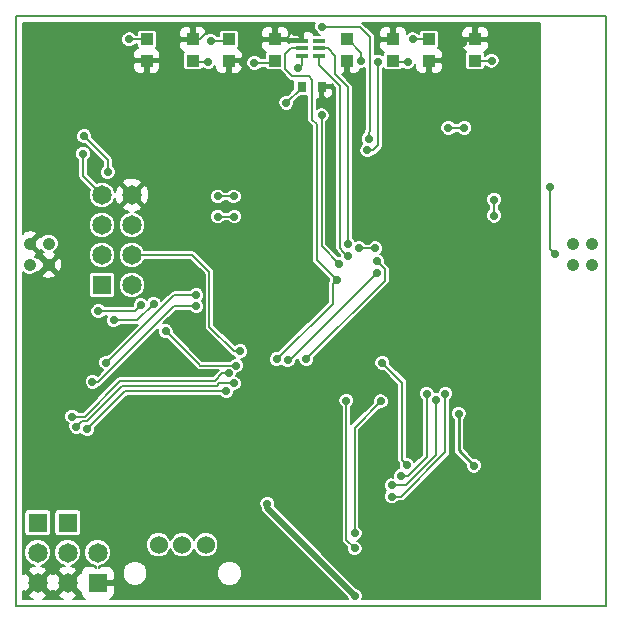
<source format=gbl>
G04 #@! TF.FileFunction,Copper,L2,Bot,Signal*
%FSLAX46Y46*%
G04 Gerber Fmt 4.6, Leading zero omitted, Abs format (unit mm)*
G04 Created by KiCad (PCBNEW (2016-01-20 BZR 6502, Git 4c1d9af)-product) date Mon 29 Feb 2016 08:28:28 AM EST*
%MOMM*%
G01*
G04 APERTURE LIST*
%ADD10C,0.100000*%
%ADD11C,0.150000*%
%ADD12R,0.750000X0.950000*%
%ADD13R,1.650000X1.650000*%
%ADD14C,1.650000*%
%ADD15C,1.524000*%
%ADD16R,1.100000X1.000000*%
%ADD17C,1.055599*%
%ADD18R,1.000000X0.400000*%
%ADD19C,0.736600*%
%ADD20C,0.203200*%
%ADD21C,0.500000*%
%ADD22C,0.254000*%
G04 APERTURE END LIST*
D10*
D11*
X150000000Y-100000000D02*
X150000000Y-50000000D01*
X100000000Y-100000000D02*
X150000000Y-100000000D01*
X100000000Y-50000000D02*
X100000000Y-100000000D01*
X100000000Y-50000000D02*
X150000000Y-50000000D01*
D12*
X124200000Y-56000000D03*
X125900000Y-56000000D03*
D13*
X101858000Y-92926000D03*
D14*
X101858000Y-95466000D03*
X101858000Y-98006000D03*
D13*
X106938000Y-98006000D03*
D14*
X106938000Y-95466000D03*
D13*
X104398000Y-92926000D03*
D14*
X104398000Y-95466000D03*
X104398000Y-98006000D03*
D15*
X112100000Y-94800000D03*
X114100000Y-94800000D03*
X116100000Y-94800000D03*
D16*
X111100000Y-52000000D03*
X115000000Y-52000000D03*
X115000000Y-53800000D03*
X111100000Y-53800000D03*
D17*
X101200000Y-71100000D03*
X102800000Y-71100000D03*
X102800000Y-69300000D03*
X101200000Y-69300000D03*
D16*
X118050000Y-52000000D03*
X121950000Y-52000000D03*
X121950000Y-53800000D03*
X118050000Y-53800000D03*
D18*
X124200000Y-53400000D03*
X124200000Y-52750000D03*
X124200000Y-52100000D03*
X125700000Y-52100000D03*
X125700000Y-52750000D03*
X125700000Y-53400000D03*
D16*
X128050000Y-52000000D03*
X131950000Y-52000000D03*
X131950000Y-53800000D03*
X128050000Y-53800000D03*
X135000000Y-52000000D03*
X138900000Y-52000000D03*
X138900000Y-53800000D03*
X135000000Y-53800000D03*
D17*
X147200000Y-71100000D03*
X148800000Y-71100000D03*
X148800000Y-69300000D03*
X147200000Y-69300000D03*
D13*
X107300000Y-72800000D03*
D14*
X109840000Y-72800000D03*
X107300000Y-70260000D03*
X109840000Y-70260000D03*
X107300000Y-67720000D03*
X109840000Y-67720000D03*
X107300000Y-65180000D03*
X109840000Y-65180000D03*
D19*
X140500000Y-66923110D03*
X140500000Y-65576890D03*
X123935714Y-54455673D03*
X145262311Y-64521072D03*
X145700000Y-70200000D03*
X121300000Y-91300000D03*
X128700000Y-99100000D03*
X137500000Y-83700000D03*
X138800000Y-88100000D03*
X115700000Y-59500000D03*
X120397850Y-58583138D03*
X126700000Y-60800000D03*
X122872529Y-55537282D03*
X140500000Y-51900000D03*
X123626172Y-51361670D03*
X135100000Y-67600000D03*
X135700000Y-62900000D03*
X122988461Y-63811539D03*
X137900000Y-52300000D03*
X109500000Y-53900000D03*
X116396217Y-51165946D03*
X119260197Y-54000000D03*
X129133537Y-78156548D03*
X144100000Y-69300000D03*
X118728535Y-72176890D03*
X102800000Y-85700000D03*
X137000000Y-75700000D03*
X117700000Y-76000000D03*
X101300000Y-82200000D03*
X109600000Y-76500000D03*
X105300000Y-76200000D03*
X103300000Y-78700000D03*
X142100000Y-83500000D03*
X141100000Y-87900000D03*
X141100000Y-96000000D03*
X132500000Y-95300000D03*
X130600000Y-84765150D03*
X129500000Y-82600000D03*
X124100000Y-84200000D03*
X119146475Y-89600000D03*
X105900000Y-89600000D03*
X108839579Y-87807723D03*
X122917573Y-57373037D03*
X118026774Y-80288408D03*
X123035994Y-79155333D03*
X130600000Y-71800000D03*
X104772652Y-83937142D03*
X129766033Y-61386179D03*
X130711742Y-53887784D03*
X118475117Y-81131943D03*
X130600000Y-70800000D03*
X124600000Y-79100000D03*
X105133217Y-84807381D03*
X109600000Y-52000000D03*
X129873843Y-60435997D03*
X125966120Y-50949439D03*
X116300000Y-53900000D03*
X107794465Y-63240834D03*
X117126890Y-65300000D03*
X118473110Y-65300000D03*
X129076890Y-69700000D03*
X130423110Y-69700000D03*
X105800000Y-60200000D03*
X116500000Y-52100000D03*
X120200000Y-54000000D03*
X129226558Y-53846528D03*
X132657119Y-88955792D03*
X134800000Y-82000000D03*
X133200000Y-53900000D03*
X131846718Y-89766194D03*
X135595319Y-82503005D03*
X125900000Y-58438656D03*
X127400000Y-71000000D03*
X133600000Y-52000000D03*
X140300000Y-53800000D03*
X136626890Y-59500000D03*
X137973110Y-59500000D03*
X117819274Y-81805081D03*
X106049656Y-85015672D03*
X122099796Y-79073110D03*
X118682573Y-79615240D03*
X127210998Y-72377887D03*
X110600000Y-74500000D03*
X107000000Y-75000000D03*
X112700000Y-76700000D03*
X128114747Y-70329910D03*
X111700000Y-74400000D03*
X108300000Y-75800000D03*
X128133100Y-69361314D03*
X131853852Y-90705979D03*
X136386143Y-81995240D03*
X130909244Y-82650373D03*
X128700000Y-93800000D03*
X127991669Y-82610407D03*
X128700000Y-95100000D03*
X131048931Y-79400000D03*
X133100000Y-88000000D03*
X115300000Y-74600000D03*
X106500000Y-81000000D03*
X115293694Y-73653891D03*
X107662159Y-79367853D03*
X118500000Y-67000000D03*
X117126890Y-67000000D03*
X119000000Y-78400000D03*
X105700000Y-61700000D03*
D20*
X140500000Y-66923110D02*
X140500000Y-65576890D01*
X140500000Y-66700000D02*
X140500000Y-66923110D01*
X124200000Y-53400000D02*
X124200000Y-54191387D01*
X124200000Y-54191387D02*
X123935714Y-54455673D01*
X145262311Y-65041926D02*
X145262311Y-64521072D01*
X145262311Y-69762311D02*
X145262311Y-65041926D01*
X145700000Y-70200000D02*
X145262311Y-69762311D01*
D21*
X128700000Y-99100000D02*
X121300000Y-91700000D01*
X121300000Y-91700000D02*
X121300000Y-91300000D01*
D22*
X138800000Y-88100000D02*
X137500000Y-86800000D01*
X137500000Y-86800000D02*
X137500000Y-83700000D01*
D20*
X120766149Y-58214839D02*
X120397850Y-58583138D01*
X122872529Y-56108459D02*
X120766149Y-58214839D01*
X122872529Y-55537282D02*
X122872529Y-56108459D01*
X125900000Y-56000000D02*
X125900000Y-56678200D01*
X126700000Y-57478200D02*
X126700000Y-58382544D01*
X125900000Y-56678200D02*
X126700000Y-57478200D01*
X126700000Y-58382544D02*
X126700000Y-60800000D01*
X138900000Y-52000000D02*
X140400000Y-52000000D01*
X140400000Y-52000000D02*
X140500000Y-51900000D01*
X124200000Y-52100000D02*
X124200000Y-51935498D01*
X124200000Y-51935498D02*
X123626172Y-51361670D01*
X121950000Y-52000000D02*
X122000000Y-52000000D01*
X111100000Y-53800000D02*
X109600000Y-53800000D01*
X109600000Y-53800000D02*
X109500000Y-53900000D01*
X115000000Y-52000000D02*
X115562163Y-52000000D01*
X115562163Y-52000000D02*
X116396217Y-51165946D01*
X118050000Y-53800000D02*
X119060197Y-53800000D01*
X119060197Y-53800000D02*
X119260197Y-54000000D01*
X122926963Y-57373037D02*
X122917573Y-57373037D01*
X124200000Y-56000000D02*
X124200000Y-56100000D01*
X124200000Y-56100000D02*
X122926963Y-57373037D01*
X108856576Y-80912930D02*
X116881398Y-80912930D01*
X104772652Y-83937142D02*
X105832364Y-83937142D01*
X105832364Y-83937142D02*
X108856576Y-80912930D01*
X116881398Y-80912930D02*
X117505920Y-80288408D01*
X117505920Y-80288408D02*
X118026774Y-80288408D01*
X123244667Y-79155333D02*
X123035994Y-79155333D01*
X130600000Y-71800000D02*
X123244667Y-79155333D01*
X130711742Y-60961324D02*
X130286887Y-61386179D01*
X130711742Y-53887784D02*
X130711742Y-60961324D01*
X130286887Y-61386179D02*
X129766033Y-61386179D01*
X117954263Y-81131943D02*
X118475117Y-81131943D01*
X117237136Y-81131943D02*
X117954263Y-81131943D01*
X117049738Y-81319341D02*
X117237136Y-81131943D01*
X109024916Y-81319341D02*
X117049738Y-81319341D01*
X105597045Y-84343553D02*
X106000704Y-84343553D01*
X105133217Y-84807381D02*
X105597045Y-84343553D01*
X106000704Y-84343553D02*
X109024916Y-81319341D01*
X124600000Y-79100000D02*
X131273101Y-72426899D01*
X131273101Y-72426899D02*
X131273101Y-71473101D01*
X131273101Y-71473101D02*
X130600000Y-70800000D01*
X109600000Y-52000000D02*
X111100000Y-52000000D01*
X129873843Y-59915143D02*
X129873843Y-60435997D01*
X129149439Y-50949439D02*
X130020983Y-51820983D01*
X125966120Y-50949439D02*
X129149439Y-50949439D01*
X130020983Y-59768003D02*
X129873843Y-59915143D01*
X130020983Y-51820983D02*
X130020983Y-59768003D01*
X116300000Y-53900000D02*
X115100000Y-53900000D01*
X115100000Y-53900000D02*
X115000000Y-53800000D01*
X107794465Y-62719980D02*
X107794465Y-63240834D01*
X105800000Y-60200000D02*
X107794465Y-62194465D01*
X107794465Y-62194465D02*
X107794465Y-62719980D01*
X118473110Y-65300000D02*
X117126890Y-65300000D01*
X130423110Y-69700000D02*
X129076890Y-69700000D01*
X116500000Y-52100000D02*
X117950000Y-52100000D01*
X117950000Y-52100000D02*
X118050000Y-52000000D01*
X120200000Y-54000000D02*
X121750000Y-54000000D01*
X121750000Y-54000000D02*
X121950000Y-53800000D01*
X129226558Y-53325674D02*
X129226558Y-53846528D01*
X129226558Y-53126558D02*
X129226558Y-53325674D01*
X128100000Y-52000000D02*
X129226558Y-53126558D01*
X128050000Y-52000000D02*
X128100000Y-52000000D01*
X134800000Y-82000000D02*
X134800000Y-87342790D01*
X134800000Y-87342790D02*
X133186998Y-88955792D01*
X133186998Y-88955792D02*
X132657119Y-88955792D01*
X133200000Y-53900000D02*
X132050000Y-53900000D01*
X132050000Y-53900000D02*
X131950000Y-53800000D01*
X133010187Y-89766194D02*
X132367572Y-89766194D01*
X135595319Y-82503005D02*
X135595319Y-87181062D01*
X132367572Y-89766194D02*
X131846718Y-89766194D01*
X135595319Y-87181062D02*
X133010187Y-89766194D01*
X125900000Y-58959510D02*
X125900000Y-58438656D01*
X125900000Y-69500000D02*
X125900000Y-58959510D01*
X127400000Y-71000000D02*
X125900000Y-69500000D01*
X133600000Y-52000000D02*
X135000000Y-52000000D01*
X140300000Y-53800000D02*
X138900000Y-53800000D01*
X137973110Y-59500000D02*
X136626890Y-59500000D01*
X109260247Y-81805081D02*
X117298420Y-81805081D01*
X117298420Y-81805081D02*
X117819274Y-81805081D01*
X106049656Y-85015672D02*
X109260247Y-81805081D01*
X122804801Y-54517618D02*
X123415966Y-55128783D01*
X124200000Y-52750000D02*
X123335198Y-52750000D01*
X123335198Y-52750000D02*
X122804801Y-53280397D01*
X122804801Y-53280397D02*
X122804801Y-54517618D01*
X125105041Y-55399586D02*
X125105041Y-58805041D01*
X123415966Y-55128783D02*
X124834238Y-55128783D01*
X124834238Y-55128783D02*
X125105041Y-55399586D01*
X125105041Y-58805041D02*
X125493590Y-59193590D01*
X125493590Y-59193590D02*
X125493590Y-70660479D01*
X125493590Y-70660479D02*
X127210998Y-72377887D01*
X122148849Y-79073101D02*
X122099796Y-79073110D01*
X122099796Y-79073110D02*
X126842699Y-74379251D01*
X115500000Y-79500000D02*
X115615240Y-79615240D01*
X115615240Y-79615240D02*
X118682573Y-79615240D01*
X114806410Y-78806410D02*
X115500000Y-79500000D01*
X112700000Y-76700000D02*
X114806410Y-78806410D01*
X126842699Y-74379251D02*
X126842699Y-72746186D01*
X126842699Y-72746186D02*
X127210998Y-72377887D01*
X107000000Y-75000000D02*
X110100000Y-75000000D01*
X110100000Y-75000000D02*
X110600000Y-74500000D01*
X127459980Y-55925604D02*
X127459980Y-69675143D01*
X125700000Y-54165624D02*
X127459980Y-55925604D01*
X127746448Y-69961611D02*
X128114747Y-70329910D01*
X125700000Y-53400000D02*
X125700000Y-54165624D01*
X127459980Y-69675143D02*
X127746448Y-69961611D01*
X108300000Y-75800000D02*
X110300000Y-75800000D01*
X110300000Y-75800000D02*
X111700000Y-74400000D01*
X125700000Y-52750000D02*
X126403200Y-52750000D01*
X126403200Y-52750000D02*
X127032367Y-53379167D01*
X127032367Y-53379167D02*
X127032367Y-54923241D01*
X127032367Y-54923241D02*
X128133100Y-56023974D01*
X128133100Y-56023974D02*
X128133100Y-68840460D01*
X128133100Y-68840460D02*
X128133100Y-69361314D01*
X132374706Y-90705979D02*
X131853852Y-90705979D01*
X132645152Y-90705979D02*
X132374706Y-90705979D01*
X136386143Y-86964988D02*
X132645152Y-90705979D01*
X136386143Y-81995240D02*
X136386143Y-86964988D01*
X128700000Y-93800000D02*
X128700000Y-84865774D01*
X128700000Y-84865774D02*
X130909244Y-82656530D01*
X130909244Y-82656530D02*
X130909244Y-82650373D01*
X127991669Y-83131261D02*
X127991669Y-82610407D01*
X127991669Y-94391669D02*
X127991669Y-83131261D01*
X128700000Y-95100000D02*
X127991669Y-94391669D01*
X132731701Y-81131701D02*
X132731701Y-81082770D01*
X132731701Y-81082770D02*
X131048931Y-79400000D01*
X133100000Y-88000000D02*
X132731701Y-87631701D01*
X132731701Y-87631701D02*
X132731701Y-81131701D01*
X106500000Y-81000000D02*
X106981932Y-81000000D01*
X106981932Y-81000000D02*
X113381932Y-74600000D01*
X113381932Y-74600000D02*
X115300000Y-74600000D01*
X114772840Y-73653891D02*
X115293694Y-73653891D01*
X113442299Y-73653891D02*
X114772840Y-73653891D01*
X108096636Y-78999554D02*
X113442299Y-73653891D01*
X108030458Y-78999554D02*
X108096636Y-78999554D01*
X107662159Y-79367853D02*
X108030458Y-78999554D01*
X117126890Y-67000000D02*
X118500000Y-67000000D01*
X119000000Y-78400000D02*
X118479146Y-78400000D01*
X114960000Y-70260000D02*
X109840000Y-70260000D01*
X118479146Y-78400000D02*
X116400000Y-76320854D01*
X116400000Y-76320854D02*
X116400000Y-71700000D01*
X116400000Y-71700000D02*
X114960000Y-70260000D01*
X105700000Y-61700000D02*
X105700000Y-63580000D01*
X105700000Y-63580000D02*
X107300000Y-65180000D01*
G36*
X125293137Y-50814964D02*
X125292903Y-51082740D01*
X125395161Y-51330222D01*
X125584342Y-51519733D01*
X125751707Y-51589229D01*
X125231101Y-51589229D01*
X125216794Y-51554689D01*
X125045311Y-51383206D01*
X124821257Y-51290400D01*
X124504800Y-51290400D01*
X124352400Y-51442800D01*
X124352400Y-52000000D01*
X124372400Y-52000000D01*
X124372400Y-52200000D01*
X124352400Y-52200000D01*
X124352400Y-52239229D01*
X124047600Y-52239229D01*
X124047600Y-52200000D01*
X123242800Y-52200000D01*
X123109600Y-52333200D01*
X123109600Y-52304800D01*
X122957200Y-52152400D01*
X122102400Y-52152400D01*
X122102400Y-52172400D01*
X121797600Y-52172400D01*
X121797600Y-52152400D01*
X120942800Y-52152400D01*
X120790400Y-52304800D01*
X120790400Y-52621257D01*
X120883206Y-52845311D01*
X121054689Y-53016794D01*
X121190829Y-53073185D01*
X121180252Y-53080252D01*
X121112885Y-53181073D01*
X121089229Y-53300000D01*
X121089229Y-53593600D01*
X120745387Y-53593600D01*
X120581778Y-53429706D01*
X120334475Y-53327017D01*
X120066699Y-53326783D01*
X119819217Y-53429041D01*
X119629706Y-53618222D01*
X119527017Y-53865525D01*
X119526783Y-54133301D01*
X119629041Y-54380783D01*
X119818222Y-54570294D01*
X120065525Y-54672983D01*
X120333301Y-54673217D01*
X120580783Y-54570959D01*
X120745629Y-54406400D01*
X121110393Y-54406400D01*
X121112885Y-54418927D01*
X121180252Y-54519748D01*
X121281073Y-54587115D01*
X121400000Y-54610771D01*
X122416930Y-54610771D01*
X122429336Y-54673141D01*
X122482909Y-54753318D01*
X122517433Y-54804986D01*
X123128598Y-55416151D01*
X123260443Y-55504248D01*
X123415966Y-55535183D01*
X123514229Y-55535183D01*
X123514229Y-56211035D01*
X123025233Y-56700031D01*
X122784272Y-56699820D01*
X122536790Y-56802078D01*
X122347279Y-56991259D01*
X122244590Y-57238562D01*
X122244356Y-57506338D01*
X122346614Y-57753820D01*
X122535795Y-57943331D01*
X122783098Y-58046020D01*
X123050874Y-58046254D01*
X123298356Y-57943996D01*
X123487867Y-57754815D01*
X123590556Y-57507512D01*
X123590751Y-57283985D01*
X124088965Y-56785771D01*
X124575000Y-56785771D01*
X124693927Y-56762115D01*
X124698641Y-56758965D01*
X124698641Y-58805041D01*
X124729576Y-58960564D01*
X124817673Y-59092409D01*
X125087190Y-59361926D01*
X125087190Y-70660479D01*
X125118125Y-70816002D01*
X125174388Y-70900204D01*
X125206222Y-70947847D01*
X126537983Y-72279608D01*
X126537804Y-72485049D01*
X126467234Y-72590663D01*
X126436299Y-72746186D01*
X126436299Y-74209676D01*
X122202092Y-78400099D01*
X121966495Y-78399893D01*
X121719013Y-78502151D01*
X121529502Y-78691332D01*
X121426813Y-78938635D01*
X121426579Y-79206411D01*
X121528837Y-79453893D01*
X121718018Y-79643404D01*
X121965321Y-79746093D01*
X122233097Y-79746327D01*
X122480579Y-79644069D01*
X122526770Y-79597959D01*
X122654216Y-79725627D01*
X122901519Y-79828316D01*
X123169295Y-79828550D01*
X123416777Y-79726292D01*
X123606288Y-79537111D01*
X123708977Y-79289808D01*
X123708998Y-79265738D01*
X123926945Y-79047791D01*
X123926783Y-79233301D01*
X124029041Y-79480783D01*
X124218222Y-79670294D01*
X124465525Y-79772983D01*
X124733301Y-79773217D01*
X124980783Y-79670959D01*
X125118681Y-79533301D01*
X130375714Y-79533301D01*
X130477972Y-79780783D01*
X130667153Y-79970294D01*
X130914456Y-80072983D01*
X131147382Y-80073187D01*
X132325301Y-81251106D01*
X132325301Y-87631701D01*
X132356236Y-87787224D01*
X132361213Y-87794672D01*
X132426993Y-87893118D01*
X132426783Y-88133301D01*
X132493618Y-88295053D01*
X132276336Y-88384833D01*
X132086825Y-88574014D01*
X131984136Y-88821317D01*
X131983902Y-89089093D01*
X131986517Y-89095422D01*
X131981193Y-89093211D01*
X131713417Y-89092977D01*
X131465935Y-89195235D01*
X131276424Y-89384416D01*
X131173735Y-89631719D01*
X131173501Y-89899495D01*
X131275759Y-90146977D01*
X131368264Y-90239643D01*
X131283558Y-90324201D01*
X131180869Y-90571504D01*
X131180635Y-90839280D01*
X131282893Y-91086762D01*
X131472074Y-91276273D01*
X131719377Y-91378962D01*
X131987153Y-91379196D01*
X132234635Y-91276938D01*
X132399481Y-91112379D01*
X132645152Y-91112379D01*
X132800675Y-91081444D01*
X132932520Y-90993347D01*
X136673511Y-87252356D01*
X136761608Y-87120511D01*
X136792543Y-86964988D01*
X136792543Y-83833301D01*
X136826783Y-83833301D01*
X136929041Y-84080783D01*
X137068200Y-84220185D01*
X137068200Y-86800000D01*
X137101069Y-86965243D01*
X137194671Y-87105329D01*
X138126954Y-88037611D01*
X138126783Y-88233301D01*
X138229041Y-88480783D01*
X138418222Y-88670294D01*
X138665525Y-88772983D01*
X138933301Y-88773217D01*
X139180783Y-88670959D01*
X139370294Y-88481778D01*
X139472983Y-88234475D01*
X139473217Y-87966699D01*
X139370959Y-87719217D01*
X139181778Y-87529706D01*
X138934475Y-87427017D01*
X138737502Y-87426845D01*
X137931800Y-86621142D01*
X137931800Y-84220031D01*
X138070294Y-84081778D01*
X138172983Y-83834475D01*
X138173217Y-83566699D01*
X138070959Y-83319217D01*
X137881778Y-83129706D01*
X137634475Y-83027017D01*
X137366699Y-83026783D01*
X137119217Y-83129041D01*
X136929706Y-83318222D01*
X136827017Y-83565525D01*
X136826783Y-83833301D01*
X136792543Y-83833301D01*
X136792543Y-82540627D01*
X136956437Y-82377018D01*
X137059126Y-82129715D01*
X137059360Y-81861939D01*
X136957102Y-81614457D01*
X136767921Y-81424946D01*
X136520618Y-81322257D01*
X136252842Y-81322023D01*
X136005360Y-81424281D01*
X135815849Y-81613462D01*
X135725927Y-81830019D01*
X135462018Y-81829788D01*
X135458557Y-81831218D01*
X135370959Y-81619217D01*
X135181778Y-81429706D01*
X134934475Y-81327017D01*
X134666699Y-81326783D01*
X134419217Y-81429041D01*
X134229706Y-81618222D01*
X134127017Y-81865525D01*
X134126783Y-82133301D01*
X134229041Y-82380783D01*
X134393600Y-82545629D01*
X134393600Y-87174454D01*
X133752206Y-87815848D01*
X133670959Y-87619217D01*
X133481778Y-87429706D01*
X133234475Y-87327017D01*
X133138101Y-87326933D01*
X133138101Y-81082770D01*
X133107166Y-80927247D01*
X133019069Y-80795402D01*
X131721946Y-79498279D01*
X131722148Y-79266699D01*
X131619890Y-79019217D01*
X131430709Y-78829706D01*
X131183406Y-78727017D01*
X130915630Y-78726783D01*
X130668148Y-78829041D01*
X130478637Y-79018222D01*
X130375948Y-79265525D01*
X130375714Y-79533301D01*
X125118681Y-79533301D01*
X125170294Y-79481778D01*
X125272983Y-79234475D01*
X125273187Y-79001549D01*
X131560469Y-72714267D01*
X131593218Y-72665255D01*
X131648566Y-72582422D01*
X131679501Y-72426899D01*
X131679501Y-71473101D01*
X131679478Y-71472983D01*
X131648567Y-71317579D01*
X131560470Y-71185733D01*
X131273015Y-70898278D01*
X131273217Y-70666699D01*
X131170959Y-70419217D01*
X130981778Y-70229706D01*
X130885335Y-70189659D01*
X130993404Y-70081778D01*
X131096093Y-69834475D01*
X131096327Y-69566699D01*
X130994069Y-69319217D01*
X130804888Y-69129706D01*
X130557585Y-69027017D01*
X130289809Y-69026783D01*
X130042327Y-69129041D01*
X129877481Y-69293600D01*
X129622277Y-69293600D01*
X129458668Y-69129706D01*
X129211365Y-69027017D01*
X128943589Y-69026783D01*
X128755314Y-69104577D01*
X128704059Y-68980531D01*
X128539500Y-68815685D01*
X128539500Y-65710191D01*
X139826783Y-65710191D01*
X139929041Y-65957673D01*
X140093600Y-66122519D01*
X140093600Y-66377723D01*
X139929706Y-66541332D01*
X139827017Y-66788635D01*
X139826783Y-67056411D01*
X139929041Y-67303893D01*
X140118222Y-67493404D01*
X140365525Y-67596093D01*
X140633301Y-67596327D01*
X140880783Y-67494069D01*
X141070294Y-67304888D01*
X141172983Y-67057585D01*
X141173217Y-66789809D01*
X141070959Y-66542327D01*
X140906400Y-66377481D01*
X140906400Y-66122277D01*
X141070294Y-65958668D01*
X141172983Y-65711365D01*
X141173217Y-65443589D01*
X141070959Y-65196107D01*
X140881778Y-65006596D01*
X140634475Y-64903907D01*
X140366699Y-64903673D01*
X140119217Y-65005931D01*
X139929706Y-65195112D01*
X139827017Y-65442415D01*
X139826783Y-65710191D01*
X128539500Y-65710191D01*
X128539500Y-56023974D01*
X128534731Y-56000000D01*
X128508566Y-55868452D01*
X128420469Y-55736606D01*
X127593462Y-54909600D01*
X127745200Y-54909600D01*
X127897600Y-54757200D01*
X127897600Y-53952400D01*
X127877600Y-53952400D01*
X127877600Y-53647600D01*
X127897600Y-53647600D01*
X127897600Y-53627600D01*
X128202400Y-53627600D01*
X128202400Y-53647600D01*
X128222400Y-53647600D01*
X128222400Y-53952400D01*
X128202400Y-53952400D01*
X128202400Y-54757200D01*
X128354800Y-54909600D01*
X128721257Y-54909600D01*
X128945311Y-54816794D01*
X129116794Y-54645311D01*
X129168874Y-54519578D01*
X129359859Y-54519745D01*
X129607341Y-54417487D01*
X129614583Y-54410258D01*
X129614583Y-59599667D01*
X129586475Y-59627775D01*
X129498378Y-59759620D01*
X129473532Y-59884532D01*
X129303549Y-60054219D01*
X129200860Y-60301522D01*
X129200626Y-60569298D01*
X129302884Y-60816780D01*
X129343215Y-60857182D01*
X129195739Y-61004401D01*
X129093050Y-61251704D01*
X129092816Y-61519480D01*
X129195074Y-61766962D01*
X129384255Y-61956473D01*
X129631558Y-62059162D01*
X129899334Y-62059396D01*
X130146816Y-61957138D01*
X130317827Y-61786425D01*
X130442410Y-61761644D01*
X130574255Y-61673547D01*
X130999110Y-61248692D01*
X131011161Y-61230656D01*
X131087207Y-61116847D01*
X131118142Y-60961324D01*
X131118142Y-59633301D01*
X135953673Y-59633301D01*
X136055931Y-59880783D01*
X136245112Y-60070294D01*
X136492415Y-60172983D01*
X136760191Y-60173217D01*
X137007673Y-60070959D01*
X137172519Y-59906400D01*
X137427723Y-59906400D01*
X137591332Y-60070294D01*
X137838635Y-60172983D01*
X138106411Y-60173217D01*
X138353893Y-60070959D01*
X138543404Y-59881778D01*
X138646093Y-59634475D01*
X138646327Y-59366699D01*
X138544069Y-59119217D01*
X138354888Y-58929706D01*
X138107585Y-58827017D01*
X137839809Y-58826783D01*
X137592327Y-58929041D01*
X137427481Y-59093600D01*
X137172277Y-59093600D01*
X137008668Y-58929706D01*
X136761365Y-58827017D01*
X136493589Y-58826783D01*
X136246107Y-58929041D01*
X136056596Y-59118222D01*
X135953907Y-59365525D01*
X135953673Y-59633301D01*
X131118142Y-59633301D01*
X131118142Y-54433171D01*
X131120698Y-54430619D01*
X131180252Y-54519748D01*
X131281073Y-54587115D01*
X131400000Y-54610771D01*
X132500000Y-54610771D01*
X132618927Y-54587115D01*
X132719748Y-54519748D01*
X132779027Y-54431031D01*
X132818222Y-54470294D01*
X133065525Y-54572983D01*
X133333301Y-54573217D01*
X133580783Y-54470959D01*
X133770294Y-54281778D01*
X133840400Y-54112944D01*
X133840400Y-54421257D01*
X133933206Y-54645311D01*
X134104689Y-54816794D01*
X134328743Y-54909600D01*
X134695200Y-54909600D01*
X134847600Y-54757200D01*
X134847600Y-53952400D01*
X135152400Y-53952400D01*
X135152400Y-54757200D01*
X135304800Y-54909600D01*
X135671257Y-54909600D01*
X135895311Y-54816794D01*
X136066794Y-54645311D01*
X136159600Y-54421257D01*
X136159600Y-54104800D01*
X136007200Y-53952400D01*
X135152400Y-53952400D01*
X134847600Y-53952400D01*
X134827600Y-53952400D01*
X134827600Y-53647600D01*
X134847600Y-53647600D01*
X134847600Y-53627600D01*
X135152400Y-53627600D01*
X135152400Y-53647600D01*
X136007200Y-53647600D01*
X136159600Y-53495200D01*
X136159600Y-53178743D01*
X136066794Y-52954689D01*
X135895311Y-52783206D01*
X135759171Y-52726815D01*
X135769748Y-52719748D01*
X135837115Y-52618927D01*
X135860771Y-52500000D01*
X135860771Y-52304800D01*
X137740400Y-52304800D01*
X137740400Y-52621257D01*
X137833206Y-52845311D01*
X138004689Y-53016794D01*
X138140829Y-53073185D01*
X138130252Y-53080252D01*
X138062885Y-53181073D01*
X138039229Y-53300000D01*
X138039229Y-54300000D01*
X138062885Y-54418927D01*
X138130252Y-54519748D01*
X138231073Y-54587115D01*
X138350000Y-54610771D01*
X139450000Y-54610771D01*
X139568927Y-54587115D01*
X139669748Y-54519748D01*
X139737115Y-54418927D01*
X139760771Y-54300000D01*
X139760771Y-54212568D01*
X139918222Y-54370294D01*
X140165525Y-54472983D01*
X140433301Y-54473217D01*
X140680783Y-54370959D01*
X140870294Y-54181778D01*
X140972983Y-53934475D01*
X140973217Y-53666699D01*
X140870959Y-53419217D01*
X140681778Y-53229706D01*
X140434475Y-53127017D01*
X140166699Y-53126783D01*
X139919217Y-53229041D01*
X139760771Y-53387211D01*
X139760771Y-53300000D01*
X139737115Y-53181073D01*
X139669748Y-53080252D01*
X139659171Y-53073185D01*
X139795311Y-53016794D01*
X139966794Y-52845311D01*
X140059600Y-52621257D01*
X140059600Y-52304800D01*
X139907200Y-52152400D01*
X139052400Y-52152400D01*
X139052400Y-52172400D01*
X138747600Y-52172400D01*
X138747600Y-52152400D01*
X137892800Y-52152400D01*
X137740400Y-52304800D01*
X135860771Y-52304800D01*
X135860771Y-51500000D01*
X135837115Y-51381073D01*
X135835559Y-51378743D01*
X137740400Y-51378743D01*
X137740400Y-51695200D01*
X137892800Y-51847600D01*
X138747600Y-51847600D01*
X138747600Y-51042800D01*
X139052400Y-51042800D01*
X139052400Y-51847600D01*
X139907200Y-51847600D01*
X140059600Y-51695200D01*
X140059600Y-51378743D01*
X139966794Y-51154689D01*
X139795311Y-50983206D01*
X139571257Y-50890400D01*
X139204800Y-50890400D01*
X139052400Y-51042800D01*
X138747600Y-51042800D01*
X138595200Y-50890400D01*
X138228743Y-50890400D01*
X138004689Y-50983206D01*
X137833206Y-51154689D01*
X137740400Y-51378743D01*
X135835559Y-51378743D01*
X135769748Y-51280252D01*
X135668927Y-51212885D01*
X135550000Y-51189229D01*
X134450000Y-51189229D01*
X134331073Y-51212885D01*
X134230252Y-51280252D01*
X134162885Y-51381073D01*
X134139229Y-51500000D01*
X134139229Y-51587432D01*
X133981778Y-51429706D01*
X133734475Y-51327017D01*
X133466699Y-51326783D01*
X133219217Y-51429041D01*
X133109600Y-51538467D01*
X133109600Y-51378743D01*
X133016794Y-51154689D01*
X132845311Y-50983206D01*
X132621257Y-50890400D01*
X132254800Y-50890400D01*
X132102400Y-51042800D01*
X132102400Y-51847600D01*
X132122400Y-51847600D01*
X132122400Y-52152400D01*
X132102400Y-52152400D01*
X132102400Y-52172400D01*
X131797600Y-52172400D01*
X131797600Y-52152400D01*
X130942800Y-52152400D01*
X130790400Y-52304800D01*
X130790400Y-52621257D01*
X130883206Y-52845311D01*
X131054689Y-53016794D01*
X131190829Y-53073185D01*
X131180252Y-53080252D01*
X131112885Y-53181073D01*
X131089229Y-53300000D01*
X131089229Y-53315708D01*
X130846217Y-53214801D01*
X130578441Y-53214567D01*
X130427383Y-53276983D01*
X130427383Y-51820983D01*
X130396448Y-51665460D01*
X130308351Y-51533615D01*
X130153479Y-51378743D01*
X130790400Y-51378743D01*
X130790400Y-51695200D01*
X130942800Y-51847600D01*
X131797600Y-51847600D01*
X131797600Y-51042800D01*
X131645200Y-50890400D01*
X131278743Y-50890400D01*
X131054689Y-50983206D01*
X130883206Y-51154689D01*
X130790400Y-51378743D01*
X130153479Y-51378743D01*
X129436807Y-50662071D01*
X129346307Y-50601600D01*
X144398400Y-50601600D01*
X144398400Y-99398392D01*
X129305403Y-99397226D01*
X129372983Y-99234475D01*
X129373217Y-98966699D01*
X129270959Y-98719217D01*
X129081778Y-98529706D01*
X128834475Y-98427017D01*
X128811603Y-98426997D01*
X121927828Y-91543222D01*
X121972983Y-91434475D01*
X121973217Y-91166699D01*
X121870959Y-90919217D01*
X121681778Y-90729706D01*
X121434475Y-90627017D01*
X121166699Y-90626783D01*
X120919217Y-90729041D01*
X120729706Y-90918222D01*
X120627017Y-91165525D01*
X120626783Y-91433301D01*
X120729041Y-91680783D01*
X120745200Y-91696970D01*
X120745200Y-91700000D01*
X120787432Y-91912313D01*
X120828127Y-91973217D01*
X120907697Y-92092303D01*
X128026802Y-99211408D01*
X128026783Y-99233301D01*
X128094477Y-99397132D01*
X107992949Y-99395579D01*
X108108311Y-99347794D01*
X108279794Y-99176311D01*
X108372600Y-98952257D01*
X108372600Y-98310800D01*
X108220200Y-98158400D01*
X107090400Y-98158400D01*
X107090400Y-98178400D01*
X106785600Y-98178400D01*
X106785600Y-98158400D01*
X106765600Y-98158400D01*
X106765600Y-97853600D01*
X106785600Y-97853600D01*
X106785600Y-97833600D01*
X107090400Y-97833600D01*
X107090400Y-97853600D01*
X108220200Y-97853600D01*
X108372600Y-97701200D01*
X108372600Y-97408892D01*
X109045017Y-97408892D01*
X109205262Y-97796716D01*
X109501724Y-98093695D01*
X109889267Y-98254617D01*
X110308892Y-98254983D01*
X110696716Y-98094738D01*
X110993695Y-97798276D01*
X111154617Y-97410733D01*
X111154618Y-97408892D01*
X117045017Y-97408892D01*
X117205262Y-97796716D01*
X117501724Y-98093695D01*
X117889267Y-98254617D01*
X118308892Y-98254983D01*
X118696716Y-98094738D01*
X118993695Y-97798276D01*
X119154617Y-97410733D01*
X119154983Y-96991108D01*
X118994738Y-96603284D01*
X118698276Y-96306305D01*
X118310733Y-96145383D01*
X117891108Y-96145017D01*
X117503284Y-96305262D01*
X117206305Y-96601724D01*
X117045383Y-96989267D01*
X117045017Y-97408892D01*
X111154618Y-97408892D01*
X111154983Y-96991108D01*
X110994738Y-96603284D01*
X110698276Y-96306305D01*
X110310733Y-96145383D01*
X109891108Y-96145017D01*
X109503284Y-96305262D01*
X109206305Y-96601724D01*
X109045383Y-96989267D01*
X109045017Y-97408892D01*
X108372600Y-97408892D01*
X108372600Y-97059743D01*
X108279794Y-96835689D01*
X108108311Y-96664206D01*
X107884257Y-96571400D01*
X107242800Y-96571400D01*
X107090402Y-96723798D01*
X107090402Y-96595934D01*
X107161745Y-96595996D01*
X107577144Y-96424356D01*
X107895239Y-96106816D01*
X108067603Y-95691717D01*
X108067996Y-95242255D01*
X107972555Y-95011269D01*
X111033015Y-95011269D01*
X111195084Y-95403504D01*
X111494917Y-95703862D01*
X111886869Y-95866615D01*
X112311269Y-95866985D01*
X112703504Y-95704916D01*
X113003862Y-95405083D01*
X113100036Y-95173471D01*
X113195084Y-95403504D01*
X113494917Y-95703862D01*
X113886869Y-95866615D01*
X114311269Y-95866985D01*
X114703504Y-95704916D01*
X115003862Y-95405083D01*
X115100036Y-95173471D01*
X115195084Y-95403504D01*
X115494917Y-95703862D01*
X115886869Y-95866615D01*
X116311269Y-95866985D01*
X116703504Y-95704916D01*
X117003862Y-95405083D01*
X117166615Y-95013131D01*
X117166985Y-94588731D01*
X117004916Y-94196496D01*
X116705083Y-93896138D01*
X116313131Y-93733385D01*
X115888731Y-93733015D01*
X115496496Y-93895084D01*
X115196138Y-94194917D01*
X115099964Y-94426529D01*
X115004916Y-94196496D01*
X114705083Y-93896138D01*
X114313131Y-93733385D01*
X113888731Y-93733015D01*
X113496496Y-93895084D01*
X113196138Y-94194917D01*
X113099964Y-94426529D01*
X113004916Y-94196496D01*
X112705083Y-93896138D01*
X112313131Y-93733385D01*
X111888731Y-93733015D01*
X111496496Y-93895084D01*
X111196138Y-94194917D01*
X111033385Y-94586869D01*
X111033015Y-95011269D01*
X107972555Y-95011269D01*
X107896356Y-94826856D01*
X107578816Y-94508761D01*
X107163717Y-94336397D01*
X106714255Y-94336004D01*
X106298856Y-94507644D01*
X105980761Y-94825184D01*
X105808397Y-95240283D01*
X105808004Y-95689745D01*
X105979644Y-96105144D01*
X106297184Y-96423239D01*
X106712283Y-96595603D01*
X106785598Y-96595667D01*
X106785598Y-96723798D01*
X106633200Y-96571400D01*
X105991743Y-96571400D01*
X105767689Y-96664206D01*
X105596206Y-96835689D01*
X105503400Y-97059743D01*
X105503400Y-97219714D01*
X105426000Y-97193526D01*
X104613526Y-98006000D01*
X105426000Y-98818474D01*
X105503400Y-98792286D01*
X105503400Y-98952257D01*
X105596206Y-99176311D01*
X105767689Y-99347794D01*
X105882658Y-99395416D01*
X104833213Y-99395334D01*
X105129783Y-99272491D01*
X105210474Y-99034000D01*
X104398000Y-98221526D01*
X103585526Y-99034000D01*
X103666217Y-99272491D01*
X104027516Y-99395272D01*
X102293687Y-99395138D01*
X102589783Y-99272491D01*
X102670474Y-99034000D01*
X101858000Y-98221526D01*
X101045526Y-99034000D01*
X101126217Y-99272491D01*
X101486938Y-99395076D01*
X100609600Y-99395008D01*
X100609600Y-98743904D01*
X100830000Y-98818474D01*
X101642474Y-98006000D01*
X102073526Y-98006000D01*
X102886000Y-98818474D01*
X103124491Y-98737783D01*
X103127654Y-98728476D01*
X103131509Y-98737783D01*
X103370000Y-98818474D01*
X104182474Y-98006000D01*
X103370000Y-97193526D01*
X103131509Y-97274217D01*
X103128346Y-97283524D01*
X103124491Y-97274217D01*
X102886000Y-97193526D01*
X102073526Y-98006000D01*
X101642474Y-98006000D01*
X100830000Y-97193526D01*
X100609600Y-97268096D01*
X100609600Y-95689745D01*
X100728004Y-95689745D01*
X100899644Y-96105144D01*
X101217184Y-96423239D01*
X101606200Y-96584772D01*
X101479904Y-96593007D01*
X101126217Y-96739509D01*
X101045526Y-96978000D01*
X101858000Y-97790474D01*
X102670474Y-96978000D01*
X102589783Y-96739509D01*
X102120435Y-96580009D01*
X102497144Y-96424356D01*
X102815239Y-96106816D01*
X102987603Y-95691717D01*
X102987604Y-95689745D01*
X103268004Y-95689745D01*
X103439644Y-96105144D01*
X103757184Y-96423239D01*
X104146200Y-96584772D01*
X104019904Y-96593007D01*
X103666217Y-96739509D01*
X103585526Y-96978000D01*
X104398000Y-97790474D01*
X105210474Y-96978000D01*
X105129783Y-96739509D01*
X104660435Y-96580009D01*
X105037144Y-96424356D01*
X105355239Y-96106816D01*
X105527603Y-95691717D01*
X105527996Y-95242255D01*
X105356356Y-94826856D01*
X105038816Y-94508761D01*
X104623717Y-94336397D01*
X104174255Y-94336004D01*
X103758856Y-94507644D01*
X103440761Y-94825184D01*
X103268397Y-95240283D01*
X103268004Y-95689745D01*
X102987604Y-95689745D01*
X102987996Y-95242255D01*
X102816356Y-94826856D01*
X102498816Y-94508761D01*
X102083717Y-94336397D01*
X101634255Y-94336004D01*
X101218856Y-94507644D01*
X100900761Y-94825184D01*
X100728397Y-95240283D01*
X100728004Y-95689745D01*
X100609600Y-95689745D01*
X100609600Y-92101000D01*
X100722229Y-92101000D01*
X100722229Y-93751000D01*
X100745885Y-93869927D01*
X100813252Y-93970748D01*
X100914073Y-94038115D01*
X101033000Y-94061771D01*
X102683000Y-94061771D01*
X102801927Y-94038115D01*
X102902748Y-93970748D01*
X102970115Y-93869927D01*
X102993771Y-93751000D01*
X102993771Y-92101000D01*
X103262229Y-92101000D01*
X103262229Y-93751000D01*
X103285885Y-93869927D01*
X103353252Y-93970748D01*
X103454073Y-94038115D01*
X103573000Y-94061771D01*
X105223000Y-94061771D01*
X105341927Y-94038115D01*
X105442748Y-93970748D01*
X105510115Y-93869927D01*
X105533771Y-93751000D01*
X105533771Y-92101000D01*
X105510115Y-91982073D01*
X105442748Y-91881252D01*
X105341927Y-91813885D01*
X105223000Y-91790229D01*
X103573000Y-91790229D01*
X103454073Y-91813885D01*
X103353252Y-91881252D01*
X103285885Y-91982073D01*
X103262229Y-92101000D01*
X102993771Y-92101000D01*
X102970115Y-91982073D01*
X102902748Y-91881252D01*
X102801927Y-91813885D01*
X102683000Y-91790229D01*
X101033000Y-91790229D01*
X100914073Y-91813885D01*
X100813252Y-91881252D01*
X100745885Y-91982073D01*
X100722229Y-92101000D01*
X100609600Y-92101000D01*
X100609600Y-84070443D01*
X104099435Y-84070443D01*
X104201693Y-84317925D01*
X104390874Y-84507436D01*
X104508638Y-84556336D01*
X104460234Y-84672906D01*
X104460000Y-84940682D01*
X104562258Y-85188164D01*
X104751439Y-85377675D01*
X104998742Y-85480364D01*
X105266518Y-85480598D01*
X105477452Y-85393441D01*
X105478697Y-85396455D01*
X105667878Y-85585966D01*
X105915181Y-85688655D01*
X106182957Y-85688889D01*
X106430439Y-85586631D01*
X106619950Y-85397450D01*
X106722639Y-85150147D01*
X106722843Y-84917221D01*
X108896356Y-82743708D01*
X127318452Y-82743708D01*
X127420710Y-82991190D01*
X127585269Y-83156036D01*
X127585269Y-94391669D01*
X127616204Y-94547192D01*
X127642716Y-94586869D01*
X127704301Y-94679037D01*
X128026985Y-95001721D01*
X128026783Y-95233301D01*
X128129041Y-95480783D01*
X128318222Y-95670294D01*
X128565525Y-95772983D01*
X128833301Y-95773217D01*
X129080783Y-95670959D01*
X129270294Y-95481778D01*
X129372983Y-95234475D01*
X129373217Y-94966699D01*
X129270959Y-94719217D01*
X129081778Y-94529706D01*
X128889658Y-94449931D01*
X129080783Y-94370959D01*
X129270294Y-94181778D01*
X129372983Y-93934475D01*
X129373217Y-93666699D01*
X129270959Y-93419217D01*
X129106400Y-93254371D01*
X129106400Y-85034110D01*
X130817117Y-83323393D01*
X131042545Y-83323590D01*
X131290027Y-83221332D01*
X131479538Y-83032151D01*
X131582227Y-82784848D01*
X131582461Y-82517072D01*
X131480203Y-82269590D01*
X131291022Y-82080079D01*
X131043719Y-81977390D01*
X130775943Y-81977156D01*
X130528461Y-82079414D01*
X130338950Y-82268595D01*
X130236261Y-82515898D01*
X130236052Y-82754986D01*
X128412632Y-84578406D01*
X128398069Y-84600201D01*
X128398069Y-83155794D01*
X128561963Y-82992185D01*
X128664652Y-82744882D01*
X128664886Y-82477106D01*
X128562628Y-82229624D01*
X128373447Y-82040113D01*
X128126144Y-81937424D01*
X127858368Y-81937190D01*
X127610886Y-82039448D01*
X127421375Y-82228629D01*
X127318686Y-82475932D01*
X127318452Y-82743708D01*
X108896356Y-82743708D01*
X109428583Y-82211481D01*
X117273887Y-82211481D01*
X117437496Y-82375375D01*
X117684799Y-82478064D01*
X117952575Y-82478298D01*
X118200057Y-82376040D01*
X118389568Y-82186859D01*
X118492257Y-81939556D01*
X118492375Y-81805059D01*
X118608418Y-81805160D01*
X118855900Y-81702902D01*
X119045411Y-81513721D01*
X119148100Y-81266418D01*
X119148334Y-80998642D01*
X119046076Y-80751160D01*
X118856895Y-80561649D01*
X118673720Y-80485588D01*
X118699757Y-80422883D01*
X118699875Y-80288356D01*
X118815874Y-80288457D01*
X119063356Y-80186199D01*
X119252867Y-79997018D01*
X119355556Y-79749715D01*
X119355790Y-79481939D01*
X119253532Y-79234457D01*
X119092537Y-79073181D01*
X119133301Y-79073217D01*
X119380783Y-78970959D01*
X119570294Y-78781778D01*
X119672983Y-78534475D01*
X119673217Y-78266699D01*
X119570959Y-78019217D01*
X119381778Y-77829706D01*
X119134475Y-77727017D01*
X118866699Y-77726783D01*
X118619217Y-77829041D01*
X118551011Y-77897128D01*
X116806400Y-76152518D01*
X116806400Y-71700000D01*
X116799285Y-71664229D01*
X116775466Y-71544478D01*
X116687369Y-71412632D01*
X115247368Y-69972632D01*
X115230874Y-69961611D01*
X115115523Y-69884535D01*
X114960000Y-69853600D01*
X110894524Y-69853600D01*
X110798356Y-69620856D01*
X110480816Y-69302761D01*
X110065717Y-69130397D01*
X109616255Y-69130004D01*
X109200856Y-69301644D01*
X108882761Y-69619184D01*
X108710397Y-70034283D01*
X108710004Y-70483745D01*
X108881644Y-70899144D01*
X109199184Y-71217239D01*
X109614283Y-71389603D01*
X110063745Y-71389996D01*
X110479144Y-71218356D01*
X110797239Y-70900816D01*
X110894577Y-70666400D01*
X114791664Y-70666400D01*
X115993600Y-71868337D01*
X115993600Y-76320854D01*
X116024535Y-76476377D01*
X116084887Y-76566699D01*
X116112632Y-76608222D01*
X118191777Y-78687368D01*
X118322254Y-78774550D01*
X118323623Y-78775465D01*
X118448535Y-78800311D01*
X118590036Y-78942059D01*
X118549272Y-78942023D01*
X118301790Y-79044281D01*
X118136944Y-79208840D01*
X115783576Y-79208840D01*
X113373015Y-76798279D01*
X113373217Y-76566699D01*
X113270959Y-76319217D01*
X113081778Y-76129706D01*
X112834475Y-76027017D01*
X112566699Y-76026783D01*
X112503963Y-76052705D01*
X113550268Y-75006400D01*
X114754613Y-75006400D01*
X114918222Y-75170294D01*
X115165525Y-75272983D01*
X115433301Y-75273217D01*
X115680783Y-75170959D01*
X115870294Y-74981778D01*
X115972983Y-74734475D01*
X115973217Y-74466699D01*
X115870959Y-74219217D01*
X115775706Y-74123798D01*
X115863988Y-74035669D01*
X115966677Y-73788366D01*
X115966911Y-73520590D01*
X115864653Y-73273108D01*
X115675472Y-73083597D01*
X115428169Y-72980908D01*
X115160393Y-72980674D01*
X114912911Y-73082932D01*
X114748065Y-73247491D01*
X113442299Y-73247491D01*
X113286776Y-73278426D01*
X113154931Y-73366523D01*
X112338581Y-74182873D01*
X112270959Y-74019217D01*
X112081778Y-73829706D01*
X111834475Y-73727017D01*
X111566699Y-73726783D01*
X111319217Y-73829041D01*
X111129706Y-74018222D01*
X111112208Y-74060363D01*
X110981778Y-73929706D01*
X110734475Y-73827017D01*
X110466699Y-73826783D01*
X110219217Y-73929041D01*
X110029706Y-74118222D01*
X109927017Y-74365525D01*
X109926818Y-74593600D01*
X107545387Y-74593600D01*
X107381778Y-74429706D01*
X107134475Y-74327017D01*
X106866699Y-74326783D01*
X106619217Y-74429041D01*
X106429706Y-74618222D01*
X106327017Y-74865525D01*
X106326783Y-75133301D01*
X106429041Y-75380783D01*
X106618222Y-75570294D01*
X106865525Y-75672983D01*
X107133301Y-75673217D01*
X107380783Y-75570959D01*
X107545629Y-75406400D01*
X107741549Y-75406400D01*
X107729706Y-75418222D01*
X107627017Y-75665525D01*
X107626783Y-75933301D01*
X107729041Y-76180783D01*
X107918222Y-76370294D01*
X108165525Y-76472983D01*
X108433301Y-76473217D01*
X108680783Y-76370959D01*
X108845629Y-76206400D01*
X110300000Y-76206400D01*
X110318792Y-76202662D01*
X107902934Y-78618520D01*
X107874935Y-78624089D01*
X107769040Y-78694846D01*
X107528858Y-78694636D01*
X107281376Y-78796894D01*
X107091865Y-78986075D01*
X106989176Y-79233378D01*
X106988942Y-79501154D01*
X107091200Y-79748636D01*
X107280381Y-79938147D01*
X107413693Y-79993503D01*
X106929592Y-80477604D01*
X106881778Y-80429706D01*
X106634475Y-80327017D01*
X106366699Y-80326783D01*
X106119217Y-80429041D01*
X105929706Y-80618222D01*
X105827017Y-80865525D01*
X105826783Y-81133301D01*
X105929041Y-81380783D01*
X106118222Y-81570294D01*
X106365525Y-81672983D01*
X106633301Y-81673217D01*
X106880783Y-81570959D01*
X107061479Y-81390577D01*
X107137455Y-81375465D01*
X107269300Y-81287368D01*
X112052491Y-76504177D01*
X112027017Y-76565525D01*
X112026783Y-76833301D01*
X112129041Y-77080783D01*
X112318222Y-77270294D01*
X112565525Y-77372983D01*
X112798451Y-77373187D01*
X115327872Y-79902608D01*
X115459717Y-79990705D01*
X115615240Y-80021640D01*
X117197951Y-80021640D01*
X116713062Y-80506530D01*
X108856576Y-80506530D01*
X108701053Y-80537465D01*
X108643716Y-80575777D01*
X108569208Y-80625562D01*
X105664028Y-83530742D01*
X105318039Y-83530742D01*
X105154430Y-83366848D01*
X104907127Y-83264159D01*
X104639351Y-83263925D01*
X104391869Y-83366183D01*
X104202358Y-83555364D01*
X104099669Y-83802667D01*
X104099435Y-84070443D01*
X100609600Y-84070443D01*
X100609600Y-71687071D01*
X100727755Y-71805432D01*
X101033659Y-71932455D01*
X101364888Y-71932744D01*
X101415530Y-71911819D01*
X102203707Y-71911819D01*
X102247562Y-72119645D01*
X102679814Y-72253438D01*
X103130365Y-72211631D01*
X103352438Y-72119645D01*
X103382960Y-71975000D01*
X106164229Y-71975000D01*
X106164229Y-73625000D01*
X106187885Y-73743927D01*
X106255252Y-73844748D01*
X106356073Y-73912115D01*
X106475000Y-73935771D01*
X108125000Y-73935771D01*
X108243927Y-73912115D01*
X108344748Y-73844748D01*
X108412115Y-73743927D01*
X108435771Y-73625000D01*
X108435771Y-73023745D01*
X108710004Y-73023745D01*
X108881644Y-73439144D01*
X109199184Y-73757239D01*
X109614283Y-73929603D01*
X110063745Y-73929996D01*
X110479144Y-73758356D01*
X110797239Y-73440816D01*
X110969603Y-73025717D01*
X110969996Y-72576255D01*
X110798356Y-72160856D01*
X110480816Y-71842761D01*
X110065717Y-71670397D01*
X109616255Y-71670004D01*
X109200856Y-71841644D01*
X108882761Y-72159184D01*
X108710397Y-72574283D01*
X108710004Y-73023745D01*
X108435771Y-73023745D01*
X108435771Y-71975000D01*
X108412115Y-71856073D01*
X108344748Y-71755252D01*
X108243927Y-71687885D01*
X108125000Y-71664229D01*
X106475000Y-71664229D01*
X106356073Y-71687885D01*
X106255252Y-71755252D01*
X106187885Y-71856073D01*
X106164229Y-71975000D01*
X103382960Y-71975000D01*
X103396293Y-71911819D01*
X102800000Y-71315526D01*
X102203707Y-71911819D01*
X101415530Y-71911819D01*
X101671014Y-71806255D01*
X101817291Y-71660232D01*
X101988181Y-71696293D01*
X102584474Y-71100000D01*
X103015526Y-71100000D01*
X103611819Y-71696293D01*
X103819645Y-71652438D01*
X103953438Y-71220186D01*
X103911631Y-70769635D01*
X103819645Y-70547562D01*
X103611819Y-70503707D01*
X103015526Y-71100000D01*
X102584474Y-71100000D01*
X101988181Y-70503707D01*
X101817209Y-70539785D01*
X101672245Y-70394568D01*
X101621964Y-70373689D01*
X101752438Y-70319645D01*
X101796293Y-70111819D01*
X101200000Y-69515526D01*
X101185858Y-69529669D01*
X100970332Y-69314143D01*
X100984474Y-69300000D01*
X101415526Y-69300000D01*
X102011819Y-69896293D01*
X102182791Y-69860215D01*
X102327755Y-70005432D01*
X102378036Y-70026311D01*
X102247562Y-70080355D01*
X102203707Y-70288181D01*
X102800000Y-70884474D01*
X103200729Y-70483745D01*
X106170004Y-70483745D01*
X106341644Y-70899144D01*
X106659184Y-71217239D01*
X107074283Y-71389603D01*
X107523745Y-71389996D01*
X107939144Y-71218356D01*
X108257239Y-70900816D01*
X108429603Y-70485717D01*
X108429996Y-70036255D01*
X108258356Y-69620856D01*
X107940816Y-69302761D01*
X107525717Y-69130397D01*
X107076255Y-69130004D01*
X106660856Y-69301644D01*
X106342761Y-69619184D01*
X106170397Y-70034283D01*
X106170004Y-70483745D01*
X103200729Y-70483745D01*
X103396293Y-70288181D01*
X103352438Y-70080355D01*
X103203357Y-70034211D01*
X103271014Y-70006255D01*
X103505432Y-69772245D01*
X103632455Y-69466341D01*
X103632744Y-69135112D01*
X103506255Y-68828986D01*
X103272245Y-68594568D01*
X102966341Y-68467545D01*
X102635112Y-68467256D01*
X102328986Y-68593745D01*
X102182709Y-68739768D01*
X102011819Y-68703707D01*
X101415526Y-69300000D01*
X100984474Y-69300000D01*
X100970332Y-69285858D01*
X101185858Y-69070332D01*
X101200000Y-69084474D01*
X101796293Y-68488181D01*
X101752438Y-68280355D01*
X101320186Y-68146562D01*
X100869635Y-68188369D01*
X100647562Y-68280355D01*
X100609600Y-68460254D01*
X100609600Y-67943745D01*
X106170004Y-67943745D01*
X106341644Y-68359144D01*
X106659184Y-68677239D01*
X107074283Y-68849603D01*
X107523745Y-68849996D01*
X107939144Y-68678356D01*
X108257239Y-68360816D01*
X108429603Y-67945717D01*
X108429604Y-67943745D01*
X108710004Y-67943745D01*
X108881644Y-68359144D01*
X109199184Y-68677239D01*
X109614283Y-68849603D01*
X110063745Y-68849996D01*
X110479144Y-68678356D01*
X110797239Y-68360816D01*
X110969603Y-67945717D01*
X110969996Y-67496255D01*
X110820026Y-67133301D01*
X116453673Y-67133301D01*
X116555931Y-67380783D01*
X116745112Y-67570294D01*
X116992415Y-67672983D01*
X117260191Y-67673217D01*
X117507673Y-67570959D01*
X117672519Y-67406400D01*
X117954613Y-67406400D01*
X118118222Y-67570294D01*
X118365525Y-67672983D01*
X118633301Y-67673217D01*
X118880783Y-67570959D01*
X119070294Y-67381778D01*
X119172983Y-67134475D01*
X119173217Y-66866699D01*
X119070959Y-66619217D01*
X118881778Y-66429706D01*
X118634475Y-66327017D01*
X118366699Y-66326783D01*
X118119217Y-66429041D01*
X117954371Y-66593600D01*
X117672277Y-66593600D01*
X117508668Y-66429706D01*
X117261365Y-66327017D01*
X116993589Y-66326783D01*
X116746107Y-66429041D01*
X116556596Y-66618222D01*
X116453907Y-66865525D01*
X116453673Y-67133301D01*
X110820026Y-67133301D01*
X110798356Y-67080856D01*
X110480816Y-66762761D01*
X110091800Y-66601228D01*
X110218096Y-66592993D01*
X110571783Y-66446491D01*
X110652474Y-66208000D01*
X109840000Y-65395526D01*
X109027526Y-66208000D01*
X109108217Y-66446491D01*
X109577565Y-66605991D01*
X109200856Y-66761644D01*
X108882761Y-67079184D01*
X108710397Y-67494283D01*
X108710004Y-67943745D01*
X108429604Y-67943745D01*
X108429996Y-67496255D01*
X108258356Y-67080856D01*
X107940816Y-66762761D01*
X107525717Y-66590397D01*
X107076255Y-66590004D01*
X106660856Y-66761644D01*
X106342761Y-67079184D01*
X106170397Y-67494283D01*
X106170004Y-67943745D01*
X100609600Y-67943745D01*
X100609600Y-61833301D01*
X105026783Y-61833301D01*
X105129041Y-62080783D01*
X105293600Y-62245629D01*
X105293600Y-63580000D01*
X105324535Y-63735523D01*
X105375053Y-63811128D01*
X105412632Y-63867368D01*
X106266971Y-64721707D01*
X106170397Y-64954283D01*
X106170004Y-65403745D01*
X106341644Y-65819144D01*
X106659184Y-66137239D01*
X107074283Y-66309603D01*
X107523745Y-66309996D01*
X107939144Y-66138356D01*
X108257239Y-65820816D01*
X108418772Y-65431800D01*
X108427007Y-65558096D01*
X108573509Y-65911783D01*
X108812000Y-65992474D01*
X109624474Y-65180000D01*
X110055526Y-65180000D01*
X110868000Y-65992474D01*
X111106491Y-65911783D01*
X111269094Y-65433301D01*
X116453673Y-65433301D01*
X116555931Y-65680783D01*
X116745112Y-65870294D01*
X116992415Y-65972983D01*
X117260191Y-65973217D01*
X117507673Y-65870959D01*
X117672519Y-65706400D01*
X117927723Y-65706400D01*
X118091332Y-65870294D01*
X118338635Y-65972983D01*
X118606411Y-65973217D01*
X118853893Y-65870959D01*
X119043404Y-65681778D01*
X119146093Y-65434475D01*
X119146327Y-65166699D01*
X119044069Y-64919217D01*
X118854888Y-64729706D01*
X118607585Y-64627017D01*
X118339809Y-64626783D01*
X118092327Y-64729041D01*
X117927481Y-64893600D01*
X117672277Y-64893600D01*
X117508668Y-64729706D01*
X117261365Y-64627017D01*
X116993589Y-64626783D01*
X116746107Y-64729041D01*
X116556596Y-64918222D01*
X116453907Y-65165525D01*
X116453673Y-65433301D01*
X111269094Y-65433301D01*
X111290126Y-65371414D01*
X111252993Y-64801904D01*
X111106491Y-64448217D01*
X110868000Y-64367526D01*
X110055526Y-65180000D01*
X109624474Y-65180000D01*
X108812000Y-64367526D01*
X108573509Y-64448217D01*
X108414009Y-64917565D01*
X108258356Y-64540856D01*
X107940816Y-64222761D01*
X107770405Y-64152000D01*
X109027526Y-64152000D01*
X109840000Y-64964474D01*
X110652474Y-64152000D01*
X110571783Y-63913509D01*
X110031414Y-63729874D01*
X109461904Y-63767007D01*
X109108217Y-63913509D01*
X109027526Y-64152000D01*
X107770405Y-64152000D01*
X107525717Y-64050397D01*
X107076255Y-64050004D01*
X106841669Y-64146933D01*
X106106400Y-63411664D01*
X106106400Y-62245387D01*
X106270294Y-62081778D01*
X106372983Y-61834475D01*
X106373217Y-61566699D01*
X106270959Y-61319217D01*
X106081778Y-61129706D01*
X105834475Y-61027017D01*
X105566699Y-61026783D01*
X105319217Y-61129041D01*
X105129706Y-61318222D01*
X105027017Y-61565525D01*
X105026783Y-61833301D01*
X100609600Y-61833301D01*
X100609600Y-60333301D01*
X105126783Y-60333301D01*
X105229041Y-60580783D01*
X105418222Y-60770294D01*
X105665525Y-60872983D01*
X105898450Y-60873187D01*
X107388065Y-62362802D01*
X107388065Y-62695447D01*
X107224171Y-62859056D01*
X107121482Y-63106359D01*
X107121248Y-63374135D01*
X107223506Y-63621617D01*
X107412687Y-63811128D01*
X107659990Y-63913817D01*
X107927766Y-63914051D01*
X108175248Y-63811793D01*
X108364759Y-63622612D01*
X108467448Y-63375309D01*
X108467682Y-63107533D01*
X108365424Y-62860051D01*
X108200865Y-62695205D01*
X108200865Y-62194465D01*
X108169930Y-62038942D01*
X108115270Y-61957138D01*
X108081833Y-61907096D01*
X106473015Y-60298278D01*
X106473217Y-60066699D01*
X106370959Y-59819217D01*
X106181778Y-59629706D01*
X105934475Y-59527017D01*
X105666699Y-59526783D01*
X105419217Y-59629041D01*
X105229706Y-59818222D01*
X105127017Y-60065525D01*
X105126783Y-60333301D01*
X100609600Y-60333301D01*
X100609600Y-54104800D01*
X109940400Y-54104800D01*
X109940400Y-54421257D01*
X110033206Y-54645311D01*
X110204689Y-54816794D01*
X110428743Y-54909600D01*
X110795200Y-54909600D01*
X110947600Y-54757200D01*
X110947600Y-53952400D01*
X111252400Y-53952400D01*
X111252400Y-54757200D01*
X111404800Y-54909600D01*
X111771257Y-54909600D01*
X111995311Y-54816794D01*
X112166794Y-54645311D01*
X112259600Y-54421257D01*
X112259600Y-54104800D01*
X112107200Y-53952400D01*
X111252400Y-53952400D01*
X110947600Y-53952400D01*
X110092800Y-53952400D01*
X109940400Y-54104800D01*
X100609600Y-54104800D01*
X100609600Y-52133301D01*
X108926783Y-52133301D01*
X109029041Y-52380783D01*
X109218222Y-52570294D01*
X109465525Y-52672983D01*
X109733301Y-52673217D01*
X109980783Y-52570959D01*
X110145629Y-52406400D01*
X110239229Y-52406400D01*
X110239229Y-52500000D01*
X110262885Y-52618927D01*
X110330252Y-52719748D01*
X110340829Y-52726815D01*
X110204689Y-52783206D01*
X110033206Y-52954689D01*
X109940400Y-53178743D01*
X109940400Y-53495200D01*
X110092800Y-53647600D01*
X110947600Y-53647600D01*
X110947600Y-53627600D01*
X111252400Y-53627600D01*
X111252400Y-53647600D01*
X112107200Y-53647600D01*
X112259600Y-53495200D01*
X112259600Y-53178743D01*
X112166794Y-52954689D01*
X111995311Y-52783206D01*
X111859171Y-52726815D01*
X111869748Y-52719748D01*
X111937115Y-52618927D01*
X111960771Y-52500000D01*
X111960771Y-52304800D01*
X113840400Y-52304800D01*
X113840400Y-52621257D01*
X113933206Y-52845311D01*
X114104689Y-53016794D01*
X114240829Y-53073185D01*
X114230252Y-53080252D01*
X114162885Y-53181073D01*
X114139229Y-53300000D01*
X114139229Y-54300000D01*
X114162885Y-54418927D01*
X114230252Y-54519748D01*
X114331073Y-54587115D01*
X114450000Y-54610771D01*
X115550000Y-54610771D01*
X115668927Y-54587115D01*
X115769748Y-54519748D01*
X115837115Y-54418927D01*
X115842071Y-54394010D01*
X115918222Y-54470294D01*
X116165525Y-54572983D01*
X116433301Y-54573217D01*
X116680783Y-54470959D01*
X116870294Y-54281778D01*
X116890400Y-54233357D01*
X116890400Y-54421257D01*
X116983206Y-54645311D01*
X117154689Y-54816794D01*
X117378743Y-54909600D01*
X117745200Y-54909600D01*
X117897600Y-54757200D01*
X117897600Y-53952400D01*
X118202400Y-53952400D01*
X118202400Y-54757200D01*
X118354800Y-54909600D01*
X118721257Y-54909600D01*
X118945311Y-54816794D01*
X119116794Y-54645311D01*
X119209600Y-54421257D01*
X119209600Y-54104800D01*
X119057200Y-53952400D01*
X118202400Y-53952400D01*
X117897600Y-53952400D01*
X117877600Y-53952400D01*
X117877600Y-53647600D01*
X117897600Y-53647600D01*
X117897600Y-53627600D01*
X118202400Y-53627600D01*
X118202400Y-53647600D01*
X119057200Y-53647600D01*
X119209600Y-53495200D01*
X119209600Y-53178743D01*
X119116794Y-52954689D01*
X118945311Y-52783206D01*
X118809171Y-52726815D01*
X118819748Y-52719748D01*
X118887115Y-52618927D01*
X118910771Y-52500000D01*
X118910771Y-51500000D01*
X118887115Y-51381073D01*
X118885559Y-51378743D01*
X120790400Y-51378743D01*
X120790400Y-51695200D01*
X120942800Y-51847600D01*
X121797600Y-51847600D01*
X121797600Y-51042800D01*
X122102400Y-51042800D01*
X122102400Y-51847600D01*
X122957200Y-51847600D01*
X123026057Y-51778743D01*
X123090400Y-51778743D01*
X123090400Y-51847600D01*
X123242800Y-52000000D01*
X124047600Y-52000000D01*
X124047600Y-51442800D01*
X123895200Y-51290400D01*
X123578743Y-51290400D01*
X123354689Y-51383206D01*
X123183206Y-51554689D01*
X123090400Y-51778743D01*
X123026057Y-51778743D01*
X123109600Y-51695200D01*
X123109600Y-51378743D01*
X123016794Y-51154689D01*
X122845311Y-50983206D01*
X122621257Y-50890400D01*
X122254800Y-50890400D01*
X122102400Y-51042800D01*
X121797600Y-51042800D01*
X121645200Y-50890400D01*
X121278743Y-50890400D01*
X121054689Y-50983206D01*
X120883206Y-51154689D01*
X120790400Y-51378743D01*
X118885559Y-51378743D01*
X118819748Y-51280252D01*
X118718927Y-51212885D01*
X118600000Y-51189229D01*
X117500000Y-51189229D01*
X117381073Y-51212885D01*
X117280252Y-51280252D01*
X117212885Y-51381073D01*
X117189229Y-51500000D01*
X117189229Y-51693600D01*
X117045387Y-51693600D01*
X116881778Y-51529706D01*
X116634475Y-51427017D01*
X116366699Y-51426783D01*
X116159600Y-51512355D01*
X116159600Y-51378743D01*
X116066794Y-51154689D01*
X115895311Y-50983206D01*
X115671257Y-50890400D01*
X115304800Y-50890400D01*
X115152400Y-51042800D01*
X115152400Y-51847600D01*
X115172400Y-51847600D01*
X115172400Y-52152400D01*
X115152400Y-52152400D01*
X115152400Y-52172400D01*
X114847600Y-52172400D01*
X114847600Y-52152400D01*
X113992800Y-52152400D01*
X113840400Y-52304800D01*
X111960771Y-52304800D01*
X111960771Y-51500000D01*
X111937115Y-51381073D01*
X111935559Y-51378743D01*
X113840400Y-51378743D01*
X113840400Y-51695200D01*
X113992800Y-51847600D01*
X114847600Y-51847600D01*
X114847600Y-51042800D01*
X114695200Y-50890400D01*
X114328743Y-50890400D01*
X114104689Y-50983206D01*
X113933206Y-51154689D01*
X113840400Y-51378743D01*
X111935559Y-51378743D01*
X111869748Y-51280252D01*
X111768927Y-51212885D01*
X111650000Y-51189229D01*
X110550000Y-51189229D01*
X110431073Y-51212885D01*
X110330252Y-51280252D01*
X110262885Y-51381073D01*
X110239229Y-51500000D01*
X110239229Y-51593600D01*
X110145387Y-51593600D01*
X109981778Y-51429706D01*
X109734475Y-51327017D01*
X109466699Y-51326783D01*
X109219217Y-51429041D01*
X109029706Y-51618222D01*
X108927017Y-51865525D01*
X108926783Y-52133301D01*
X100609600Y-52133301D01*
X100609600Y-50601600D01*
X125381733Y-50601600D01*
X125293137Y-50814964D01*
X125293137Y-50814964D01*
G37*
X125293137Y-50814964D02*
X125292903Y-51082740D01*
X125395161Y-51330222D01*
X125584342Y-51519733D01*
X125751707Y-51589229D01*
X125231101Y-51589229D01*
X125216794Y-51554689D01*
X125045311Y-51383206D01*
X124821257Y-51290400D01*
X124504800Y-51290400D01*
X124352400Y-51442800D01*
X124352400Y-52000000D01*
X124372400Y-52000000D01*
X124372400Y-52200000D01*
X124352400Y-52200000D01*
X124352400Y-52239229D01*
X124047600Y-52239229D01*
X124047600Y-52200000D01*
X123242800Y-52200000D01*
X123109600Y-52333200D01*
X123109600Y-52304800D01*
X122957200Y-52152400D01*
X122102400Y-52152400D01*
X122102400Y-52172400D01*
X121797600Y-52172400D01*
X121797600Y-52152400D01*
X120942800Y-52152400D01*
X120790400Y-52304800D01*
X120790400Y-52621257D01*
X120883206Y-52845311D01*
X121054689Y-53016794D01*
X121190829Y-53073185D01*
X121180252Y-53080252D01*
X121112885Y-53181073D01*
X121089229Y-53300000D01*
X121089229Y-53593600D01*
X120745387Y-53593600D01*
X120581778Y-53429706D01*
X120334475Y-53327017D01*
X120066699Y-53326783D01*
X119819217Y-53429041D01*
X119629706Y-53618222D01*
X119527017Y-53865525D01*
X119526783Y-54133301D01*
X119629041Y-54380783D01*
X119818222Y-54570294D01*
X120065525Y-54672983D01*
X120333301Y-54673217D01*
X120580783Y-54570959D01*
X120745629Y-54406400D01*
X121110393Y-54406400D01*
X121112885Y-54418927D01*
X121180252Y-54519748D01*
X121281073Y-54587115D01*
X121400000Y-54610771D01*
X122416930Y-54610771D01*
X122429336Y-54673141D01*
X122482909Y-54753318D01*
X122517433Y-54804986D01*
X123128598Y-55416151D01*
X123260443Y-55504248D01*
X123415966Y-55535183D01*
X123514229Y-55535183D01*
X123514229Y-56211035D01*
X123025233Y-56700031D01*
X122784272Y-56699820D01*
X122536790Y-56802078D01*
X122347279Y-56991259D01*
X122244590Y-57238562D01*
X122244356Y-57506338D01*
X122346614Y-57753820D01*
X122535795Y-57943331D01*
X122783098Y-58046020D01*
X123050874Y-58046254D01*
X123298356Y-57943996D01*
X123487867Y-57754815D01*
X123590556Y-57507512D01*
X123590751Y-57283985D01*
X124088965Y-56785771D01*
X124575000Y-56785771D01*
X124693927Y-56762115D01*
X124698641Y-56758965D01*
X124698641Y-58805041D01*
X124729576Y-58960564D01*
X124817673Y-59092409D01*
X125087190Y-59361926D01*
X125087190Y-70660479D01*
X125118125Y-70816002D01*
X125174388Y-70900204D01*
X125206222Y-70947847D01*
X126537983Y-72279608D01*
X126537804Y-72485049D01*
X126467234Y-72590663D01*
X126436299Y-72746186D01*
X126436299Y-74209676D01*
X122202092Y-78400099D01*
X121966495Y-78399893D01*
X121719013Y-78502151D01*
X121529502Y-78691332D01*
X121426813Y-78938635D01*
X121426579Y-79206411D01*
X121528837Y-79453893D01*
X121718018Y-79643404D01*
X121965321Y-79746093D01*
X122233097Y-79746327D01*
X122480579Y-79644069D01*
X122526770Y-79597959D01*
X122654216Y-79725627D01*
X122901519Y-79828316D01*
X123169295Y-79828550D01*
X123416777Y-79726292D01*
X123606288Y-79537111D01*
X123708977Y-79289808D01*
X123708998Y-79265738D01*
X123926945Y-79047791D01*
X123926783Y-79233301D01*
X124029041Y-79480783D01*
X124218222Y-79670294D01*
X124465525Y-79772983D01*
X124733301Y-79773217D01*
X124980783Y-79670959D01*
X125118681Y-79533301D01*
X130375714Y-79533301D01*
X130477972Y-79780783D01*
X130667153Y-79970294D01*
X130914456Y-80072983D01*
X131147382Y-80073187D01*
X132325301Y-81251106D01*
X132325301Y-87631701D01*
X132356236Y-87787224D01*
X132361213Y-87794672D01*
X132426993Y-87893118D01*
X132426783Y-88133301D01*
X132493618Y-88295053D01*
X132276336Y-88384833D01*
X132086825Y-88574014D01*
X131984136Y-88821317D01*
X131983902Y-89089093D01*
X131986517Y-89095422D01*
X131981193Y-89093211D01*
X131713417Y-89092977D01*
X131465935Y-89195235D01*
X131276424Y-89384416D01*
X131173735Y-89631719D01*
X131173501Y-89899495D01*
X131275759Y-90146977D01*
X131368264Y-90239643D01*
X131283558Y-90324201D01*
X131180869Y-90571504D01*
X131180635Y-90839280D01*
X131282893Y-91086762D01*
X131472074Y-91276273D01*
X131719377Y-91378962D01*
X131987153Y-91379196D01*
X132234635Y-91276938D01*
X132399481Y-91112379D01*
X132645152Y-91112379D01*
X132800675Y-91081444D01*
X132932520Y-90993347D01*
X136673511Y-87252356D01*
X136761608Y-87120511D01*
X136792543Y-86964988D01*
X136792543Y-83833301D01*
X136826783Y-83833301D01*
X136929041Y-84080783D01*
X137068200Y-84220185D01*
X137068200Y-86800000D01*
X137101069Y-86965243D01*
X137194671Y-87105329D01*
X138126954Y-88037611D01*
X138126783Y-88233301D01*
X138229041Y-88480783D01*
X138418222Y-88670294D01*
X138665525Y-88772983D01*
X138933301Y-88773217D01*
X139180783Y-88670959D01*
X139370294Y-88481778D01*
X139472983Y-88234475D01*
X139473217Y-87966699D01*
X139370959Y-87719217D01*
X139181778Y-87529706D01*
X138934475Y-87427017D01*
X138737502Y-87426845D01*
X137931800Y-86621142D01*
X137931800Y-84220031D01*
X138070294Y-84081778D01*
X138172983Y-83834475D01*
X138173217Y-83566699D01*
X138070959Y-83319217D01*
X137881778Y-83129706D01*
X137634475Y-83027017D01*
X137366699Y-83026783D01*
X137119217Y-83129041D01*
X136929706Y-83318222D01*
X136827017Y-83565525D01*
X136826783Y-83833301D01*
X136792543Y-83833301D01*
X136792543Y-82540627D01*
X136956437Y-82377018D01*
X137059126Y-82129715D01*
X137059360Y-81861939D01*
X136957102Y-81614457D01*
X136767921Y-81424946D01*
X136520618Y-81322257D01*
X136252842Y-81322023D01*
X136005360Y-81424281D01*
X135815849Y-81613462D01*
X135725927Y-81830019D01*
X135462018Y-81829788D01*
X135458557Y-81831218D01*
X135370959Y-81619217D01*
X135181778Y-81429706D01*
X134934475Y-81327017D01*
X134666699Y-81326783D01*
X134419217Y-81429041D01*
X134229706Y-81618222D01*
X134127017Y-81865525D01*
X134126783Y-82133301D01*
X134229041Y-82380783D01*
X134393600Y-82545629D01*
X134393600Y-87174454D01*
X133752206Y-87815848D01*
X133670959Y-87619217D01*
X133481778Y-87429706D01*
X133234475Y-87327017D01*
X133138101Y-87326933D01*
X133138101Y-81082770D01*
X133107166Y-80927247D01*
X133019069Y-80795402D01*
X131721946Y-79498279D01*
X131722148Y-79266699D01*
X131619890Y-79019217D01*
X131430709Y-78829706D01*
X131183406Y-78727017D01*
X130915630Y-78726783D01*
X130668148Y-78829041D01*
X130478637Y-79018222D01*
X130375948Y-79265525D01*
X130375714Y-79533301D01*
X125118681Y-79533301D01*
X125170294Y-79481778D01*
X125272983Y-79234475D01*
X125273187Y-79001549D01*
X131560469Y-72714267D01*
X131593218Y-72665255D01*
X131648566Y-72582422D01*
X131679501Y-72426899D01*
X131679501Y-71473101D01*
X131679478Y-71472983D01*
X131648567Y-71317579D01*
X131560470Y-71185733D01*
X131273015Y-70898278D01*
X131273217Y-70666699D01*
X131170959Y-70419217D01*
X130981778Y-70229706D01*
X130885335Y-70189659D01*
X130993404Y-70081778D01*
X131096093Y-69834475D01*
X131096327Y-69566699D01*
X130994069Y-69319217D01*
X130804888Y-69129706D01*
X130557585Y-69027017D01*
X130289809Y-69026783D01*
X130042327Y-69129041D01*
X129877481Y-69293600D01*
X129622277Y-69293600D01*
X129458668Y-69129706D01*
X129211365Y-69027017D01*
X128943589Y-69026783D01*
X128755314Y-69104577D01*
X128704059Y-68980531D01*
X128539500Y-68815685D01*
X128539500Y-65710191D01*
X139826783Y-65710191D01*
X139929041Y-65957673D01*
X140093600Y-66122519D01*
X140093600Y-66377723D01*
X139929706Y-66541332D01*
X139827017Y-66788635D01*
X139826783Y-67056411D01*
X139929041Y-67303893D01*
X140118222Y-67493404D01*
X140365525Y-67596093D01*
X140633301Y-67596327D01*
X140880783Y-67494069D01*
X141070294Y-67304888D01*
X141172983Y-67057585D01*
X141173217Y-66789809D01*
X141070959Y-66542327D01*
X140906400Y-66377481D01*
X140906400Y-66122277D01*
X141070294Y-65958668D01*
X141172983Y-65711365D01*
X141173217Y-65443589D01*
X141070959Y-65196107D01*
X140881778Y-65006596D01*
X140634475Y-64903907D01*
X140366699Y-64903673D01*
X140119217Y-65005931D01*
X139929706Y-65195112D01*
X139827017Y-65442415D01*
X139826783Y-65710191D01*
X128539500Y-65710191D01*
X128539500Y-56023974D01*
X128534731Y-56000000D01*
X128508566Y-55868452D01*
X128420469Y-55736606D01*
X127593462Y-54909600D01*
X127745200Y-54909600D01*
X127897600Y-54757200D01*
X127897600Y-53952400D01*
X127877600Y-53952400D01*
X127877600Y-53647600D01*
X127897600Y-53647600D01*
X127897600Y-53627600D01*
X128202400Y-53627600D01*
X128202400Y-53647600D01*
X128222400Y-53647600D01*
X128222400Y-53952400D01*
X128202400Y-53952400D01*
X128202400Y-54757200D01*
X128354800Y-54909600D01*
X128721257Y-54909600D01*
X128945311Y-54816794D01*
X129116794Y-54645311D01*
X129168874Y-54519578D01*
X129359859Y-54519745D01*
X129607341Y-54417487D01*
X129614583Y-54410258D01*
X129614583Y-59599667D01*
X129586475Y-59627775D01*
X129498378Y-59759620D01*
X129473532Y-59884532D01*
X129303549Y-60054219D01*
X129200860Y-60301522D01*
X129200626Y-60569298D01*
X129302884Y-60816780D01*
X129343215Y-60857182D01*
X129195739Y-61004401D01*
X129093050Y-61251704D01*
X129092816Y-61519480D01*
X129195074Y-61766962D01*
X129384255Y-61956473D01*
X129631558Y-62059162D01*
X129899334Y-62059396D01*
X130146816Y-61957138D01*
X130317827Y-61786425D01*
X130442410Y-61761644D01*
X130574255Y-61673547D01*
X130999110Y-61248692D01*
X131011161Y-61230656D01*
X131087207Y-61116847D01*
X131118142Y-60961324D01*
X131118142Y-59633301D01*
X135953673Y-59633301D01*
X136055931Y-59880783D01*
X136245112Y-60070294D01*
X136492415Y-60172983D01*
X136760191Y-60173217D01*
X137007673Y-60070959D01*
X137172519Y-59906400D01*
X137427723Y-59906400D01*
X137591332Y-60070294D01*
X137838635Y-60172983D01*
X138106411Y-60173217D01*
X138353893Y-60070959D01*
X138543404Y-59881778D01*
X138646093Y-59634475D01*
X138646327Y-59366699D01*
X138544069Y-59119217D01*
X138354888Y-58929706D01*
X138107585Y-58827017D01*
X137839809Y-58826783D01*
X137592327Y-58929041D01*
X137427481Y-59093600D01*
X137172277Y-59093600D01*
X137008668Y-58929706D01*
X136761365Y-58827017D01*
X136493589Y-58826783D01*
X136246107Y-58929041D01*
X136056596Y-59118222D01*
X135953907Y-59365525D01*
X135953673Y-59633301D01*
X131118142Y-59633301D01*
X131118142Y-54433171D01*
X131120698Y-54430619D01*
X131180252Y-54519748D01*
X131281073Y-54587115D01*
X131400000Y-54610771D01*
X132500000Y-54610771D01*
X132618927Y-54587115D01*
X132719748Y-54519748D01*
X132779027Y-54431031D01*
X132818222Y-54470294D01*
X133065525Y-54572983D01*
X133333301Y-54573217D01*
X133580783Y-54470959D01*
X133770294Y-54281778D01*
X133840400Y-54112944D01*
X133840400Y-54421257D01*
X133933206Y-54645311D01*
X134104689Y-54816794D01*
X134328743Y-54909600D01*
X134695200Y-54909600D01*
X134847600Y-54757200D01*
X134847600Y-53952400D01*
X135152400Y-53952400D01*
X135152400Y-54757200D01*
X135304800Y-54909600D01*
X135671257Y-54909600D01*
X135895311Y-54816794D01*
X136066794Y-54645311D01*
X136159600Y-54421257D01*
X136159600Y-54104800D01*
X136007200Y-53952400D01*
X135152400Y-53952400D01*
X134847600Y-53952400D01*
X134827600Y-53952400D01*
X134827600Y-53647600D01*
X134847600Y-53647600D01*
X134847600Y-53627600D01*
X135152400Y-53627600D01*
X135152400Y-53647600D01*
X136007200Y-53647600D01*
X136159600Y-53495200D01*
X136159600Y-53178743D01*
X136066794Y-52954689D01*
X135895311Y-52783206D01*
X135759171Y-52726815D01*
X135769748Y-52719748D01*
X135837115Y-52618927D01*
X135860771Y-52500000D01*
X135860771Y-52304800D01*
X137740400Y-52304800D01*
X137740400Y-52621257D01*
X137833206Y-52845311D01*
X138004689Y-53016794D01*
X138140829Y-53073185D01*
X138130252Y-53080252D01*
X138062885Y-53181073D01*
X138039229Y-53300000D01*
X138039229Y-54300000D01*
X138062885Y-54418927D01*
X138130252Y-54519748D01*
X138231073Y-54587115D01*
X138350000Y-54610771D01*
X139450000Y-54610771D01*
X139568927Y-54587115D01*
X139669748Y-54519748D01*
X139737115Y-54418927D01*
X139760771Y-54300000D01*
X139760771Y-54212568D01*
X139918222Y-54370294D01*
X140165525Y-54472983D01*
X140433301Y-54473217D01*
X140680783Y-54370959D01*
X140870294Y-54181778D01*
X140972983Y-53934475D01*
X140973217Y-53666699D01*
X140870959Y-53419217D01*
X140681778Y-53229706D01*
X140434475Y-53127017D01*
X140166699Y-53126783D01*
X139919217Y-53229041D01*
X139760771Y-53387211D01*
X139760771Y-53300000D01*
X139737115Y-53181073D01*
X139669748Y-53080252D01*
X139659171Y-53073185D01*
X139795311Y-53016794D01*
X139966794Y-52845311D01*
X140059600Y-52621257D01*
X140059600Y-52304800D01*
X139907200Y-52152400D01*
X139052400Y-52152400D01*
X139052400Y-52172400D01*
X138747600Y-52172400D01*
X138747600Y-52152400D01*
X137892800Y-52152400D01*
X137740400Y-52304800D01*
X135860771Y-52304800D01*
X135860771Y-51500000D01*
X135837115Y-51381073D01*
X135835559Y-51378743D01*
X137740400Y-51378743D01*
X137740400Y-51695200D01*
X137892800Y-51847600D01*
X138747600Y-51847600D01*
X138747600Y-51042800D01*
X139052400Y-51042800D01*
X139052400Y-51847600D01*
X139907200Y-51847600D01*
X140059600Y-51695200D01*
X140059600Y-51378743D01*
X139966794Y-51154689D01*
X139795311Y-50983206D01*
X139571257Y-50890400D01*
X139204800Y-50890400D01*
X139052400Y-51042800D01*
X138747600Y-51042800D01*
X138595200Y-50890400D01*
X138228743Y-50890400D01*
X138004689Y-50983206D01*
X137833206Y-51154689D01*
X137740400Y-51378743D01*
X135835559Y-51378743D01*
X135769748Y-51280252D01*
X135668927Y-51212885D01*
X135550000Y-51189229D01*
X134450000Y-51189229D01*
X134331073Y-51212885D01*
X134230252Y-51280252D01*
X134162885Y-51381073D01*
X134139229Y-51500000D01*
X134139229Y-51587432D01*
X133981778Y-51429706D01*
X133734475Y-51327017D01*
X133466699Y-51326783D01*
X133219217Y-51429041D01*
X133109600Y-51538467D01*
X133109600Y-51378743D01*
X133016794Y-51154689D01*
X132845311Y-50983206D01*
X132621257Y-50890400D01*
X132254800Y-50890400D01*
X132102400Y-51042800D01*
X132102400Y-51847600D01*
X132122400Y-51847600D01*
X132122400Y-52152400D01*
X132102400Y-52152400D01*
X132102400Y-52172400D01*
X131797600Y-52172400D01*
X131797600Y-52152400D01*
X130942800Y-52152400D01*
X130790400Y-52304800D01*
X130790400Y-52621257D01*
X130883206Y-52845311D01*
X131054689Y-53016794D01*
X131190829Y-53073185D01*
X131180252Y-53080252D01*
X131112885Y-53181073D01*
X131089229Y-53300000D01*
X131089229Y-53315708D01*
X130846217Y-53214801D01*
X130578441Y-53214567D01*
X130427383Y-53276983D01*
X130427383Y-51820983D01*
X130396448Y-51665460D01*
X130308351Y-51533615D01*
X130153479Y-51378743D01*
X130790400Y-51378743D01*
X130790400Y-51695200D01*
X130942800Y-51847600D01*
X131797600Y-51847600D01*
X131797600Y-51042800D01*
X131645200Y-50890400D01*
X131278743Y-50890400D01*
X131054689Y-50983206D01*
X130883206Y-51154689D01*
X130790400Y-51378743D01*
X130153479Y-51378743D01*
X129436807Y-50662071D01*
X129346307Y-50601600D01*
X144398400Y-50601600D01*
X144398400Y-99398392D01*
X129305403Y-99397226D01*
X129372983Y-99234475D01*
X129373217Y-98966699D01*
X129270959Y-98719217D01*
X129081778Y-98529706D01*
X128834475Y-98427017D01*
X128811603Y-98426997D01*
X121927828Y-91543222D01*
X121972983Y-91434475D01*
X121973217Y-91166699D01*
X121870959Y-90919217D01*
X121681778Y-90729706D01*
X121434475Y-90627017D01*
X121166699Y-90626783D01*
X120919217Y-90729041D01*
X120729706Y-90918222D01*
X120627017Y-91165525D01*
X120626783Y-91433301D01*
X120729041Y-91680783D01*
X120745200Y-91696970D01*
X120745200Y-91700000D01*
X120787432Y-91912313D01*
X120828127Y-91973217D01*
X120907697Y-92092303D01*
X128026802Y-99211408D01*
X128026783Y-99233301D01*
X128094477Y-99397132D01*
X107992949Y-99395579D01*
X108108311Y-99347794D01*
X108279794Y-99176311D01*
X108372600Y-98952257D01*
X108372600Y-98310800D01*
X108220200Y-98158400D01*
X107090400Y-98158400D01*
X107090400Y-98178400D01*
X106785600Y-98178400D01*
X106785600Y-98158400D01*
X106765600Y-98158400D01*
X106765600Y-97853600D01*
X106785600Y-97853600D01*
X106785600Y-97833600D01*
X107090400Y-97833600D01*
X107090400Y-97853600D01*
X108220200Y-97853600D01*
X108372600Y-97701200D01*
X108372600Y-97408892D01*
X109045017Y-97408892D01*
X109205262Y-97796716D01*
X109501724Y-98093695D01*
X109889267Y-98254617D01*
X110308892Y-98254983D01*
X110696716Y-98094738D01*
X110993695Y-97798276D01*
X111154617Y-97410733D01*
X111154618Y-97408892D01*
X117045017Y-97408892D01*
X117205262Y-97796716D01*
X117501724Y-98093695D01*
X117889267Y-98254617D01*
X118308892Y-98254983D01*
X118696716Y-98094738D01*
X118993695Y-97798276D01*
X119154617Y-97410733D01*
X119154983Y-96991108D01*
X118994738Y-96603284D01*
X118698276Y-96306305D01*
X118310733Y-96145383D01*
X117891108Y-96145017D01*
X117503284Y-96305262D01*
X117206305Y-96601724D01*
X117045383Y-96989267D01*
X117045017Y-97408892D01*
X111154618Y-97408892D01*
X111154983Y-96991108D01*
X110994738Y-96603284D01*
X110698276Y-96306305D01*
X110310733Y-96145383D01*
X109891108Y-96145017D01*
X109503284Y-96305262D01*
X109206305Y-96601724D01*
X109045383Y-96989267D01*
X109045017Y-97408892D01*
X108372600Y-97408892D01*
X108372600Y-97059743D01*
X108279794Y-96835689D01*
X108108311Y-96664206D01*
X107884257Y-96571400D01*
X107242800Y-96571400D01*
X107090402Y-96723798D01*
X107090402Y-96595934D01*
X107161745Y-96595996D01*
X107577144Y-96424356D01*
X107895239Y-96106816D01*
X108067603Y-95691717D01*
X108067996Y-95242255D01*
X107972555Y-95011269D01*
X111033015Y-95011269D01*
X111195084Y-95403504D01*
X111494917Y-95703862D01*
X111886869Y-95866615D01*
X112311269Y-95866985D01*
X112703504Y-95704916D01*
X113003862Y-95405083D01*
X113100036Y-95173471D01*
X113195084Y-95403504D01*
X113494917Y-95703862D01*
X113886869Y-95866615D01*
X114311269Y-95866985D01*
X114703504Y-95704916D01*
X115003862Y-95405083D01*
X115100036Y-95173471D01*
X115195084Y-95403504D01*
X115494917Y-95703862D01*
X115886869Y-95866615D01*
X116311269Y-95866985D01*
X116703504Y-95704916D01*
X117003862Y-95405083D01*
X117166615Y-95013131D01*
X117166985Y-94588731D01*
X117004916Y-94196496D01*
X116705083Y-93896138D01*
X116313131Y-93733385D01*
X115888731Y-93733015D01*
X115496496Y-93895084D01*
X115196138Y-94194917D01*
X115099964Y-94426529D01*
X115004916Y-94196496D01*
X114705083Y-93896138D01*
X114313131Y-93733385D01*
X113888731Y-93733015D01*
X113496496Y-93895084D01*
X113196138Y-94194917D01*
X113099964Y-94426529D01*
X113004916Y-94196496D01*
X112705083Y-93896138D01*
X112313131Y-93733385D01*
X111888731Y-93733015D01*
X111496496Y-93895084D01*
X111196138Y-94194917D01*
X111033385Y-94586869D01*
X111033015Y-95011269D01*
X107972555Y-95011269D01*
X107896356Y-94826856D01*
X107578816Y-94508761D01*
X107163717Y-94336397D01*
X106714255Y-94336004D01*
X106298856Y-94507644D01*
X105980761Y-94825184D01*
X105808397Y-95240283D01*
X105808004Y-95689745D01*
X105979644Y-96105144D01*
X106297184Y-96423239D01*
X106712283Y-96595603D01*
X106785598Y-96595667D01*
X106785598Y-96723798D01*
X106633200Y-96571400D01*
X105991743Y-96571400D01*
X105767689Y-96664206D01*
X105596206Y-96835689D01*
X105503400Y-97059743D01*
X105503400Y-97219714D01*
X105426000Y-97193526D01*
X104613526Y-98006000D01*
X105426000Y-98818474D01*
X105503400Y-98792286D01*
X105503400Y-98952257D01*
X105596206Y-99176311D01*
X105767689Y-99347794D01*
X105882658Y-99395416D01*
X104833213Y-99395334D01*
X105129783Y-99272491D01*
X105210474Y-99034000D01*
X104398000Y-98221526D01*
X103585526Y-99034000D01*
X103666217Y-99272491D01*
X104027516Y-99395272D01*
X102293687Y-99395138D01*
X102589783Y-99272491D01*
X102670474Y-99034000D01*
X101858000Y-98221526D01*
X101045526Y-99034000D01*
X101126217Y-99272491D01*
X101486938Y-99395076D01*
X100609600Y-99395008D01*
X100609600Y-98743904D01*
X100830000Y-98818474D01*
X101642474Y-98006000D01*
X102073526Y-98006000D01*
X102886000Y-98818474D01*
X103124491Y-98737783D01*
X103127654Y-98728476D01*
X103131509Y-98737783D01*
X103370000Y-98818474D01*
X104182474Y-98006000D01*
X103370000Y-97193526D01*
X103131509Y-97274217D01*
X103128346Y-97283524D01*
X103124491Y-97274217D01*
X102886000Y-97193526D01*
X102073526Y-98006000D01*
X101642474Y-98006000D01*
X100830000Y-97193526D01*
X100609600Y-97268096D01*
X100609600Y-95689745D01*
X100728004Y-95689745D01*
X100899644Y-96105144D01*
X101217184Y-96423239D01*
X101606200Y-96584772D01*
X101479904Y-96593007D01*
X101126217Y-96739509D01*
X101045526Y-96978000D01*
X101858000Y-97790474D01*
X102670474Y-96978000D01*
X102589783Y-96739509D01*
X102120435Y-96580009D01*
X102497144Y-96424356D01*
X102815239Y-96106816D01*
X102987603Y-95691717D01*
X102987604Y-95689745D01*
X103268004Y-95689745D01*
X103439644Y-96105144D01*
X103757184Y-96423239D01*
X104146200Y-96584772D01*
X104019904Y-96593007D01*
X103666217Y-96739509D01*
X103585526Y-96978000D01*
X104398000Y-97790474D01*
X105210474Y-96978000D01*
X105129783Y-96739509D01*
X104660435Y-96580009D01*
X105037144Y-96424356D01*
X105355239Y-96106816D01*
X105527603Y-95691717D01*
X105527996Y-95242255D01*
X105356356Y-94826856D01*
X105038816Y-94508761D01*
X104623717Y-94336397D01*
X104174255Y-94336004D01*
X103758856Y-94507644D01*
X103440761Y-94825184D01*
X103268397Y-95240283D01*
X103268004Y-95689745D01*
X102987604Y-95689745D01*
X102987996Y-95242255D01*
X102816356Y-94826856D01*
X102498816Y-94508761D01*
X102083717Y-94336397D01*
X101634255Y-94336004D01*
X101218856Y-94507644D01*
X100900761Y-94825184D01*
X100728397Y-95240283D01*
X100728004Y-95689745D01*
X100609600Y-95689745D01*
X100609600Y-92101000D01*
X100722229Y-92101000D01*
X100722229Y-93751000D01*
X100745885Y-93869927D01*
X100813252Y-93970748D01*
X100914073Y-94038115D01*
X101033000Y-94061771D01*
X102683000Y-94061771D01*
X102801927Y-94038115D01*
X102902748Y-93970748D01*
X102970115Y-93869927D01*
X102993771Y-93751000D01*
X102993771Y-92101000D01*
X103262229Y-92101000D01*
X103262229Y-93751000D01*
X103285885Y-93869927D01*
X103353252Y-93970748D01*
X103454073Y-94038115D01*
X103573000Y-94061771D01*
X105223000Y-94061771D01*
X105341927Y-94038115D01*
X105442748Y-93970748D01*
X105510115Y-93869927D01*
X105533771Y-93751000D01*
X105533771Y-92101000D01*
X105510115Y-91982073D01*
X105442748Y-91881252D01*
X105341927Y-91813885D01*
X105223000Y-91790229D01*
X103573000Y-91790229D01*
X103454073Y-91813885D01*
X103353252Y-91881252D01*
X103285885Y-91982073D01*
X103262229Y-92101000D01*
X102993771Y-92101000D01*
X102970115Y-91982073D01*
X102902748Y-91881252D01*
X102801927Y-91813885D01*
X102683000Y-91790229D01*
X101033000Y-91790229D01*
X100914073Y-91813885D01*
X100813252Y-91881252D01*
X100745885Y-91982073D01*
X100722229Y-92101000D01*
X100609600Y-92101000D01*
X100609600Y-84070443D01*
X104099435Y-84070443D01*
X104201693Y-84317925D01*
X104390874Y-84507436D01*
X104508638Y-84556336D01*
X104460234Y-84672906D01*
X104460000Y-84940682D01*
X104562258Y-85188164D01*
X104751439Y-85377675D01*
X104998742Y-85480364D01*
X105266518Y-85480598D01*
X105477452Y-85393441D01*
X105478697Y-85396455D01*
X105667878Y-85585966D01*
X105915181Y-85688655D01*
X106182957Y-85688889D01*
X106430439Y-85586631D01*
X106619950Y-85397450D01*
X106722639Y-85150147D01*
X106722843Y-84917221D01*
X108896356Y-82743708D01*
X127318452Y-82743708D01*
X127420710Y-82991190D01*
X127585269Y-83156036D01*
X127585269Y-94391669D01*
X127616204Y-94547192D01*
X127642716Y-94586869D01*
X127704301Y-94679037D01*
X128026985Y-95001721D01*
X128026783Y-95233301D01*
X128129041Y-95480783D01*
X128318222Y-95670294D01*
X128565525Y-95772983D01*
X128833301Y-95773217D01*
X129080783Y-95670959D01*
X129270294Y-95481778D01*
X129372983Y-95234475D01*
X129373217Y-94966699D01*
X129270959Y-94719217D01*
X129081778Y-94529706D01*
X128889658Y-94449931D01*
X129080783Y-94370959D01*
X129270294Y-94181778D01*
X129372983Y-93934475D01*
X129373217Y-93666699D01*
X129270959Y-93419217D01*
X129106400Y-93254371D01*
X129106400Y-85034110D01*
X130817117Y-83323393D01*
X131042545Y-83323590D01*
X131290027Y-83221332D01*
X131479538Y-83032151D01*
X131582227Y-82784848D01*
X131582461Y-82517072D01*
X131480203Y-82269590D01*
X131291022Y-82080079D01*
X131043719Y-81977390D01*
X130775943Y-81977156D01*
X130528461Y-82079414D01*
X130338950Y-82268595D01*
X130236261Y-82515898D01*
X130236052Y-82754986D01*
X128412632Y-84578406D01*
X128398069Y-84600201D01*
X128398069Y-83155794D01*
X128561963Y-82992185D01*
X128664652Y-82744882D01*
X128664886Y-82477106D01*
X128562628Y-82229624D01*
X128373447Y-82040113D01*
X128126144Y-81937424D01*
X127858368Y-81937190D01*
X127610886Y-82039448D01*
X127421375Y-82228629D01*
X127318686Y-82475932D01*
X127318452Y-82743708D01*
X108896356Y-82743708D01*
X109428583Y-82211481D01*
X117273887Y-82211481D01*
X117437496Y-82375375D01*
X117684799Y-82478064D01*
X117952575Y-82478298D01*
X118200057Y-82376040D01*
X118389568Y-82186859D01*
X118492257Y-81939556D01*
X118492375Y-81805059D01*
X118608418Y-81805160D01*
X118855900Y-81702902D01*
X119045411Y-81513721D01*
X119148100Y-81266418D01*
X119148334Y-80998642D01*
X119046076Y-80751160D01*
X118856895Y-80561649D01*
X118673720Y-80485588D01*
X118699757Y-80422883D01*
X118699875Y-80288356D01*
X118815874Y-80288457D01*
X119063356Y-80186199D01*
X119252867Y-79997018D01*
X119355556Y-79749715D01*
X119355790Y-79481939D01*
X119253532Y-79234457D01*
X119092537Y-79073181D01*
X119133301Y-79073217D01*
X119380783Y-78970959D01*
X119570294Y-78781778D01*
X119672983Y-78534475D01*
X119673217Y-78266699D01*
X119570959Y-78019217D01*
X119381778Y-77829706D01*
X119134475Y-77727017D01*
X118866699Y-77726783D01*
X118619217Y-77829041D01*
X118551011Y-77897128D01*
X116806400Y-76152518D01*
X116806400Y-71700000D01*
X116799285Y-71664229D01*
X116775466Y-71544478D01*
X116687369Y-71412632D01*
X115247368Y-69972632D01*
X115230874Y-69961611D01*
X115115523Y-69884535D01*
X114960000Y-69853600D01*
X110894524Y-69853600D01*
X110798356Y-69620856D01*
X110480816Y-69302761D01*
X110065717Y-69130397D01*
X109616255Y-69130004D01*
X109200856Y-69301644D01*
X108882761Y-69619184D01*
X108710397Y-70034283D01*
X108710004Y-70483745D01*
X108881644Y-70899144D01*
X109199184Y-71217239D01*
X109614283Y-71389603D01*
X110063745Y-71389996D01*
X110479144Y-71218356D01*
X110797239Y-70900816D01*
X110894577Y-70666400D01*
X114791664Y-70666400D01*
X115993600Y-71868337D01*
X115993600Y-76320854D01*
X116024535Y-76476377D01*
X116084887Y-76566699D01*
X116112632Y-76608222D01*
X118191777Y-78687368D01*
X118322254Y-78774550D01*
X118323623Y-78775465D01*
X118448535Y-78800311D01*
X118590036Y-78942059D01*
X118549272Y-78942023D01*
X118301790Y-79044281D01*
X118136944Y-79208840D01*
X115783576Y-79208840D01*
X113373015Y-76798279D01*
X113373217Y-76566699D01*
X113270959Y-76319217D01*
X113081778Y-76129706D01*
X112834475Y-76027017D01*
X112566699Y-76026783D01*
X112503963Y-76052705D01*
X113550268Y-75006400D01*
X114754613Y-75006400D01*
X114918222Y-75170294D01*
X115165525Y-75272983D01*
X115433301Y-75273217D01*
X115680783Y-75170959D01*
X115870294Y-74981778D01*
X115972983Y-74734475D01*
X115973217Y-74466699D01*
X115870959Y-74219217D01*
X115775706Y-74123798D01*
X115863988Y-74035669D01*
X115966677Y-73788366D01*
X115966911Y-73520590D01*
X115864653Y-73273108D01*
X115675472Y-73083597D01*
X115428169Y-72980908D01*
X115160393Y-72980674D01*
X114912911Y-73082932D01*
X114748065Y-73247491D01*
X113442299Y-73247491D01*
X113286776Y-73278426D01*
X113154931Y-73366523D01*
X112338581Y-74182873D01*
X112270959Y-74019217D01*
X112081778Y-73829706D01*
X111834475Y-73727017D01*
X111566699Y-73726783D01*
X111319217Y-73829041D01*
X111129706Y-74018222D01*
X111112208Y-74060363D01*
X110981778Y-73929706D01*
X110734475Y-73827017D01*
X110466699Y-73826783D01*
X110219217Y-73929041D01*
X110029706Y-74118222D01*
X109927017Y-74365525D01*
X109926818Y-74593600D01*
X107545387Y-74593600D01*
X107381778Y-74429706D01*
X107134475Y-74327017D01*
X106866699Y-74326783D01*
X106619217Y-74429041D01*
X106429706Y-74618222D01*
X106327017Y-74865525D01*
X106326783Y-75133301D01*
X106429041Y-75380783D01*
X106618222Y-75570294D01*
X106865525Y-75672983D01*
X107133301Y-75673217D01*
X107380783Y-75570959D01*
X107545629Y-75406400D01*
X107741549Y-75406400D01*
X107729706Y-75418222D01*
X107627017Y-75665525D01*
X107626783Y-75933301D01*
X107729041Y-76180783D01*
X107918222Y-76370294D01*
X108165525Y-76472983D01*
X108433301Y-76473217D01*
X108680783Y-76370959D01*
X108845629Y-76206400D01*
X110300000Y-76206400D01*
X110318792Y-76202662D01*
X107902934Y-78618520D01*
X107874935Y-78624089D01*
X107769040Y-78694846D01*
X107528858Y-78694636D01*
X107281376Y-78796894D01*
X107091865Y-78986075D01*
X106989176Y-79233378D01*
X106988942Y-79501154D01*
X107091200Y-79748636D01*
X107280381Y-79938147D01*
X107413693Y-79993503D01*
X106929592Y-80477604D01*
X106881778Y-80429706D01*
X106634475Y-80327017D01*
X106366699Y-80326783D01*
X106119217Y-80429041D01*
X105929706Y-80618222D01*
X105827017Y-80865525D01*
X105826783Y-81133301D01*
X105929041Y-81380783D01*
X106118222Y-81570294D01*
X106365525Y-81672983D01*
X106633301Y-81673217D01*
X106880783Y-81570959D01*
X107061479Y-81390577D01*
X107137455Y-81375465D01*
X107269300Y-81287368D01*
X112052491Y-76504177D01*
X112027017Y-76565525D01*
X112026783Y-76833301D01*
X112129041Y-77080783D01*
X112318222Y-77270294D01*
X112565525Y-77372983D01*
X112798451Y-77373187D01*
X115327872Y-79902608D01*
X115459717Y-79990705D01*
X115615240Y-80021640D01*
X117197951Y-80021640D01*
X116713062Y-80506530D01*
X108856576Y-80506530D01*
X108701053Y-80537465D01*
X108643716Y-80575777D01*
X108569208Y-80625562D01*
X105664028Y-83530742D01*
X105318039Y-83530742D01*
X105154430Y-83366848D01*
X104907127Y-83264159D01*
X104639351Y-83263925D01*
X104391869Y-83366183D01*
X104202358Y-83555364D01*
X104099669Y-83802667D01*
X104099435Y-84070443D01*
X100609600Y-84070443D01*
X100609600Y-71687071D01*
X100727755Y-71805432D01*
X101033659Y-71932455D01*
X101364888Y-71932744D01*
X101415530Y-71911819D01*
X102203707Y-71911819D01*
X102247562Y-72119645D01*
X102679814Y-72253438D01*
X103130365Y-72211631D01*
X103352438Y-72119645D01*
X103382960Y-71975000D01*
X106164229Y-71975000D01*
X106164229Y-73625000D01*
X106187885Y-73743927D01*
X106255252Y-73844748D01*
X106356073Y-73912115D01*
X106475000Y-73935771D01*
X108125000Y-73935771D01*
X108243927Y-73912115D01*
X108344748Y-73844748D01*
X108412115Y-73743927D01*
X108435771Y-73625000D01*
X108435771Y-73023745D01*
X108710004Y-73023745D01*
X108881644Y-73439144D01*
X109199184Y-73757239D01*
X109614283Y-73929603D01*
X110063745Y-73929996D01*
X110479144Y-73758356D01*
X110797239Y-73440816D01*
X110969603Y-73025717D01*
X110969996Y-72576255D01*
X110798356Y-72160856D01*
X110480816Y-71842761D01*
X110065717Y-71670397D01*
X109616255Y-71670004D01*
X109200856Y-71841644D01*
X108882761Y-72159184D01*
X108710397Y-72574283D01*
X108710004Y-73023745D01*
X108435771Y-73023745D01*
X108435771Y-71975000D01*
X108412115Y-71856073D01*
X108344748Y-71755252D01*
X108243927Y-71687885D01*
X108125000Y-71664229D01*
X106475000Y-71664229D01*
X106356073Y-71687885D01*
X106255252Y-71755252D01*
X106187885Y-71856073D01*
X106164229Y-71975000D01*
X103382960Y-71975000D01*
X103396293Y-71911819D01*
X102800000Y-71315526D01*
X102203707Y-71911819D01*
X101415530Y-71911819D01*
X101671014Y-71806255D01*
X101817291Y-71660232D01*
X101988181Y-71696293D01*
X102584474Y-71100000D01*
X103015526Y-71100000D01*
X103611819Y-71696293D01*
X103819645Y-71652438D01*
X103953438Y-71220186D01*
X103911631Y-70769635D01*
X103819645Y-70547562D01*
X103611819Y-70503707D01*
X103015526Y-71100000D01*
X102584474Y-71100000D01*
X101988181Y-70503707D01*
X101817209Y-70539785D01*
X101672245Y-70394568D01*
X101621964Y-70373689D01*
X101752438Y-70319645D01*
X101796293Y-70111819D01*
X101200000Y-69515526D01*
X101185858Y-69529669D01*
X100970332Y-69314143D01*
X100984474Y-69300000D01*
X101415526Y-69300000D01*
X102011819Y-69896293D01*
X102182791Y-69860215D01*
X102327755Y-70005432D01*
X102378036Y-70026311D01*
X102247562Y-70080355D01*
X102203707Y-70288181D01*
X102800000Y-70884474D01*
X103200729Y-70483745D01*
X106170004Y-70483745D01*
X106341644Y-70899144D01*
X106659184Y-71217239D01*
X107074283Y-71389603D01*
X107523745Y-71389996D01*
X107939144Y-71218356D01*
X108257239Y-70900816D01*
X108429603Y-70485717D01*
X108429996Y-70036255D01*
X108258356Y-69620856D01*
X107940816Y-69302761D01*
X107525717Y-69130397D01*
X107076255Y-69130004D01*
X106660856Y-69301644D01*
X106342761Y-69619184D01*
X106170397Y-70034283D01*
X106170004Y-70483745D01*
X103200729Y-70483745D01*
X103396293Y-70288181D01*
X103352438Y-70080355D01*
X103203357Y-70034211D01*
X103271014Y-70006255D01*
X103505432Y-69772245D01*
X103632455Y-69466341D01*
X103632744Y-69135112D01*
X103506255Y-68828986D01*
X103272245Y-68594568D01*
X102966341Y-68467545D01*
X102635112Y-68467256D01*
X102328986Y-68593745D01*
X102182709Y-68739768D01*
X102011819Y-68703707D01*
X101415526Y-69300000D01*
X100984474Y-69300000D01*
X100970332Y-69285858D01*
X101185858Y-69070332D01*
X101200000Y-69084474D01*
X101796293Y-68488181D01*
X101752438Y-68280355D01*
X101320186Y-68146562D01*
X100869635Y-68188369D01*
X100647562Y-68280355D01*
X100609600Y-68460254D01*
X100609600Y-67943745D01*
X106170004Y-67943745D01*
X106341644Y-68359144D01*
X106659184Y-68677239D01*
X107074283Y-68849603D01*
X107523745Y-68849996D01*
X107939144Y-68678356D01*
X108257239Y-68360816D01*
X108429603Y-67945717D01*
X108429604Y-67943745D01*
X108710004Y-67943745D01*
X108881644Y-68359144D01*
X109199184Y-68677239D01*
X109614283Y-68849603D01*
X110063745Y-68849996D01*
X110479144Y-68678356D01*
X110797239Y-68360816D01*
X110969603Y-67945717D01*
X110969996Y-67496255D01*
X110820026Y-67133301D01*
X116453673Y-67133301D01*
X116555931Y-67380783D01*
X116745112Y-67570294D01*
X116992415Y-67672983D01*
X117260191Y-67673217D01*
X117507673Y-67570959D01*
X117672519Y-67406400D01*
X117954613Y-67406400D01*
X118118222Y-67570294D01*
X118365525Y-67672983D01*
X118633301Y-67673217D01*
X118880783Y-67570959D01*
X119070294Y-67381778D01*
X119172983Y-67134475D01*
X119173217Y-66866699D01*
X119070959Y-66619217D01*
X118881778Y-66429706D01*
X118634475Y-66327017D01*
X118366699Y-66326783D01*
X118119217Y-66429041D01*
X117954371Y-66593600D01*
X117672277Y-66593600D01*
X117508668Y-66429706D01*
X117261365Y-66327017D01*
X116993589Y-66326783D01*
X116746107Y-66429041D01*
X116556596Y-66618222D01*
X116453907Y-66865525D01*
X116453673Y-67133301D01*
X110820026Y-67133301D01*
X110798356Y-67080856D01*
X110480816Y-66762761D01*
X110091800Y-66601228D01*
X110218096Y-66592993D01*
X110571783Y-66446491D01*
X110652474Y-66208000D01*
X109840000Y-65395526D01*
X109027526Y-66208000D01*
X109108217Y-66446491D01*
X109577565Y-66605991D01*
X109200856Y-66761644D01*
X108882761Y-67079184D01*
X108710397Y-67494283D01*
X108710004Y-67943745D01*
X108429604Y-67943745D01*
X108429996Y-67496255D01*
X108258356Y-67080856D01*
X107940816Y-66762761D01*
X107525717Y-66590397D01*
X107076255Y-66590004D01*
X106660856Y-66761644D01*
X106342761Y-67079184D01*
X106170397Y-67494283D01*
X106170004Y-67943745D01*
X100609600Y-67943745D01*
X100609600Y-61833301D01*
X105026783Y-61833301D01*
X105129041Y-62080783D01*
X105293600Y-62245629D01*
X105293600Y-63580000D01*
X105324535Y-63735523D01*
X105375053Y-63811128D01*
X105412632Y-63867368D01*
X106266971Y-64721707D01*
X106170397Y-64954283D01*
X106170004Y-65403745D01*
X106341644Y-65819144D01*
X106659184Y-66137239D01*
X107074283Y-66309603D01*
X107523745Y-66309996D01*
X107939144Y-66138356D01*
X108257239Y-65820816D01*
X108418772Y-65431800D01*
X108427007Y-65558096D01*
X108573509Y-65911783D01*
X108812000Y-65992474D01*
X109624474Y-65180000D01*
X110055526Y-65180000D01*
X110868000Y-65992474D01*
X111106491Y-65911783D01*
X111269094Y-65433301D01*
X116453673Y-65433301D01*
X116555931Y-65680783D01*
X116745112Y-65870294D01*
X116992415Y-65972983D01*
X117260191Y-65973217D01*
X117507673Y-65870959D01*
X117672519Y-65706400D01*
X117927723Y-65706400D01*
X118091332Y-65870294D01*
X118338635Y-65972983D01*
X118606411Y-65973217D01*
X118853893Y-65870959D01*
X119043404Y-65681778D01*
X119146093Y-65434475D01*
X119146327Y-65166699D01*
X119044069Y-64919217D01*
X118854888Y-64729706D01*
X118607585Y-64627017D01*
X118339809Y-64626783D01*
X118092327Y-64729041D01*
X117927481Y-64893600D01*
X117672277Y-64893600D01*
X117508668Y-64729706D01*
X117261365Y-64627017D01*
X116993589Y-64626783D01*
X116746107Y-64729041D01*
X116556596Y-64918222D01*
X116453907Y-65165525D01*
X116453673Y-65433301D01*
X111269094Y-65433301D01*
X111290126Y-65371414D01*
X111252993Y-64801904D01*
X111106491Y-64448217D01*
X110868000Y-64367526D01*
X110055526Y-65180000D01*
X109624474Y-65180000D01*
X108812000Y-64367526D01*
X108573509Y-64448217D01*
X108414009Y-64917565D01*
X108258356Y-64540856D01*
X107940816Y-64222761D01*
X107770405Y-64152000D01*
X109027526Y-64152000D01*
X109840000Y-64964474D01*
X110652474Y-64152000D01*
X110571783Y-63913509D01*
X110031414Y-63729874D01*
X109461904Y-63767007D01*
X109108217Y-63913509D01*
X109027526Y-64152000D01*
X107770405Y-64152000D01*
X107525717Y-64050397D01*
X107076255Y-64050004D01*
X106841669Y-64146933D01*
X106106400Y-63411664D01*
X106106400Y-62245387D01*
X106270294Y-62081778D01*
X106372983Y-61834475D01*
X106373217Y-61566699D01*
X106270959Y-61319217D01*
X106081778Y-61129706D01*
X105834475Y-61027017D01*
X105566699Y-61026783D01*
X105319217Y-61129041D01*
X105129706Y-61318222D01*
X105027017Y-61565525D01*
X105026783Y-61833301D01*
X100609600Y-61833301D01*
X100609600Y-60333301D01*
X105126783Y-60333301D01*
X105229041Y-60580783D01*
X105418222Y-60770294D01*
X105665525Y-60872983D01*
X105898450Y-60873187D01*
X107388065Y-62362802D01*
X107388065Y-62695447D01*
X107224171Y-62859056D01*
X107121482Y-63106359D01*
X107121248Y-63374135D01*
X107223506Y-63621617D01*
X107412687Y-63811128D01*
X107659990Y-63913817D01*
X107927766Y-63914051D01*
X108175248Y-63811793D01*
X108364759Y-63622612D01*
X108467448Y-63375309D01*
X108467682Y-63107533D01*
X108365424Y-62860051D01*
X108200865Y-62695205D01*
X108200865Y-62194465D01*
X108169930Y-62038942D01*
X108115270Y-61957138D01*
X108081833Y-61907096D01*
X106473015Y-60298278D01*
X106473217Y-60066699D01*
X106370959Y-59819217D01*
X106181778Y-59629706D01*
X105934475Y-59527017D01*
X105666699Y-59526783D01*
X105419217Y-59629041D01*
X105229706Y-59818222D01*
X105127017Y-60065525D01*
X105126783Y-60333301D01*
X100609600Y-60333301D01*
X100609600Y-54104800D01*
X109940400Y-54104800D01*
X109940400Y-54421257D01*
X110033206Y-54645311D01*
X110204689Y-54816794D01*
X110428743Y-54909600D01*
X110795200Y-54909600D01*
X110947600Y-54757200D01*
X110947600Y-53952400D01*
X111252400Y-53952400D01*
X111252400Y-54757200D01*
X111404800Y-54909600D01*
X111771257Y-54909600D01*
X111995311Y-54816794D01*
X112166794Y-54645311D01*
X112259600Y-54421257D01*
X112259600Y-54104800D01*
X112107200Y-53952400D01*
X111252400Y-53952400D01*
X110947600Y-53952400D01*
X110092800Y-53952400D01*
X109940400Y-54104800D01*
X100609600Y-54104800D01*
X100609600Y-52133301D01*
X108926783Y-52133301D01*
X109029041Y-52380783D01*
X109218222Y-52570294D01*
X109465525Y-52672983D01*
X109733301Y-52673217D01*
X109980783Y-52570959D01*
X110145629Y-52406400D01*
X110239229Y-52406400D01*
X110239229Y-52500000D01*
X110262885Y-52618927D01*
X110330252Y-52719748D01*
X110340829Y-52726815D01*
X110204689Y-52783206D01*
X110033206Y-52954689D01*
X109940400Y-53178743D01*
X109940400Y-53495200D01*
X110092800Y-53647600D01*
X110947600Y-53647600D01*
X110947600Y-53627600D01*
X111252400Y-53627600D01*
X111252400Y-53647600D01*
X112107200Y-53647600D01*
X112259600Y-53495200D01*
X112259600Y-53178743D01*
X112166794Y-52954689D01*
X111995311Y-52783206D01*
X111859171Y-52726815D01*
X111869748Y-52719748D01*
X111937115Y-52618927D01*
X111960771Y-52500000D01*
X111960771Y-52304800D01*
X113840400Y-52304800D01*
X113840400Y-52621257D01*
X113933206Y-52845311D01*
X114104689Y-53016794D01*
X114240829Y-53073185D01*
X114230252Y-53080252D01*
X114162885Y-53181073D01*
X114139229Y-53300000D01*
X114139229Y-54300000D01*
X114162885Y-54418927D01*
X114230252Y-54519748D01*
X114331073Y-54587115D01*
X114450000Y-54610771D01*
X115550000Y-54610771D01*
X115668927Y-54587115D01*
X115769748Y-54519748D01*
X115837115Y-54418927D01*
X115842071Y-54394010D01*
X115918222Y-54470294D01*
X116165525Y-54572983D01*
X116433301Y-54573217D01*
X116680783Y-54470959D01*
X116870294Y-54281778D01*
X116890400Y-54233357D01*
X116890400Y-54421257D01*
X116983206Y-54645311D01*
X117154689Y-54816794D01*
X117378743Y-54909600D01*
X117745200Y-54909600D01*
X117897600Y-54757200D01*
X117897600Y-53952400D01*
X118202400Y-53952400D01*
X118202400Y-54757200D01*
X118354800Y-54909600D01*
X118721257Y-54909600D01*
X118945311Y-54816794D01*
X119116794Y-54645311D01*
X119209600Y-54421257D01*
X119209600Y-54104800D01*
X119057200Y-53952400D01*
X118202400Y-53952400D01*
X117897600Y-53952400D01*
X117877600Y-53952400D01*
X117877600Y-53647600D01*
X117897600Y-53647600D01*
X117897600Y-53627600D01*
X118202400Y-53627600D01*
X118202400Y-53647600D01*
X119057200Y-53647600D01*
X119209600Y-53495200D01*
X119209600Y-53178743D01*
X119116794Y-52954689D01*
X118945311Y-52783206D01*
X118809171Y-52726815D01*
X118819748Y-52719748D01*
X118887115Y-52618927D01*
X118910771Y-52500000D01*
X118910771Y-51500000D01*
X118887115Y-51381073D01*
X118885559Y-51378743D01*
X120790400Y-51378743D01*
X120790400Y-51695200D01*
X120942800Y-51847600D01*
X121797600Y-51847600D01*
X121797600Y-51042800D01*
X122102400Y-51042800D01*
X122102400Y-51847600D01*
X122957200Y-51847600D01*
X123026057Y-51778743D01*
X123090400Y-51778743D01*
X123090400Y-51847600D01*
X123242800Y-52000000D01*
X124047600Y-52000000D01*
X124047600Y-51442800D01*
X123895200Y-51290400D01*
X123578743Y-51290400D01*
X123354689Y-51383206D01*
X123183206Y-51554689D01*
X123090400Y-51778743D01*
X123026057Y-51778743D01*
X123109600Y-51695200D01*
X123109600Y-51378743D01*
X123016794Y-51154689D01*
X122845311Y-50983206D01*
X122621257Y-50890400D01*
X122254800Y-50890400D01*
X122102400Y-51042800D01*
X121797600Y-51042800D01*
X121645200Y-50890400D01*
X121278743Y-50890400D01*
X121054689Y-50983206D01*
X120883206Y-51154689D01*
X120790400Y-51378743D01*
X118885559Y-51378743D01*
X118819748Y-51280252D01*
X118718927Y-51212885D01*
X118600000Y-51189229D01*
X117500000Y-51189229D01*
X117381073Y-51212885D01*
X117280252Y-51280252D01*
X117212885Y-51381073D01*
X117189229Y-51500000D01*
X117189229Y-51693600D01*
X117045387Y-51693600D01*
X116881778Y-51529706D01*
X116634475Y-51427017D01*
X116366699Y-51426783D01*
X116159600Y-51512355D01*
X116159600Y-51378743D01*
X116066794Y-51154689D01*
X115895311Y-50983206D01*
X115671257Y-50890400D01*
X115304800Y-50890400D01*
X115152400Y-51042800D01*
X115152400Y-51847600D01*
X115172400Y-51847600D01*
X115172400Y-52152400D01*
X115152400Y-52152400D01*
X115152400Y-52172400D01*
X114847600Y-52172400D01*
X114847600Y-52152400D01*
X113992800Y-52152400D01*
X113840400Y-52304800D01*
X111960771Y-52304800D01*
X111960771Y-51500000D01*
X111937115Y-51381073D01*
X111935559Y-51378743D01*
X113840400Y-51378743D01*
X113840400Y-51695200D01*
X113992800Y-51847600D01*
X114847600Y-51847600D01*
X114847600Y-51042800D01*
X114695200Y-50890400D01*
X114328743Y-50890400D01*
X114104689Y-50983206D01*
X113933206Y-51154689D01*
X113840400Y-51378743D01*
X111935559Y-51378743D01*
X111869748Y-51280252D01*
X111768927Y-51212885D01*
X111650000Y-51189229D01*
X110550000Y-51189229D01*
X110431073Y-51212885D01*
X110330252Y-51280252D01*
X110262885Y-51381073D01*
X110239229Y-51500000D01*
X110239229Y-51593600D01*
X110145387Y-51593600D01*
X109981778Y-51429706D01*
X109734475Y-51327017D01*
X109466699Y-51326783D01*
X109219217Y-51429041D01*
X109029706Y-51618222D01*
X108927017Y-51865525D01*
X108926783Y-52133301D01*
X100609600Y-52133301D01*
X100609600Y-50601600D01*
X125381733Y-50601600D01*
X125293137Y-50814964D01*
G36*
X127053580Y-56093940D02*
X127053580Y-69675143D01*
X127084515Y-69830666D01*
X127161955Y-69946562D01*
X127172612Y-69962511D01*
X127441732Y-70231631D01*
X127441649Y-70326936D01*
X127301549Y-70326813D01*
X126306400Y-69331664D01*
X126306400Y-58984043D01*
X126470294Y-58820434D01*
X126572983Y-58573131D01*
X126573217Y-58305355D01*
X126470959Y-58057873D01*
X126281778Y-57868362D01*
X126034475Y-57765673D01*
X125766699Y-57765439D01*
X125519217Y-57867697D01*
X125511441Y-57875459D01*
X125511441Y-57084600D01*
X125595200Y-57084600D01*
X125747600Y-56932200D01*
X125747600Y-56152400D01*
X126052400Y-56152400D01*
X126052400Y-56932200D01*
X126204800Y-57084600D01*
X126396257Y-57084600D01*
X126620311Y-56991794D01*
X126791794Y-56820311D01*
X126884600Y-56596257D01*
X126884600Y-56304800D01*
X126732200Y-56152400D01*
X126052400Y-56152400D01*
X125747600Y-56152400D01*
X125727600Y-56152400D01*
X125727600Y-55847600D01*
X125747600Y-55847600D01*
X125747600Y-55827600D01*
X126052400Y-55827600D01*
X126052400Y-55847600D01*
X126732200Y-55847600D01*
X126769720Y-55810080D01*
X127053580Y-56093940D01*
X127053580Y-56093940D01*
G37*
X127053580Y-56093940D02*
X127053580Y-69675143D01*
X127084515Y-69830666D01*
X127161955Y-69946562D01*
X127172612Y-69962511D01*
X127441732Y-70231631D01*
X127441649Y-70326936D01*
X127301549Y-70326813D01*
X126306400Y-69331664D01*
X126306400Y-58984043D01*
X126470294Y-58820434D01*
X126572983Y-58573131D01*
X126573217Y-58305355D01*
X126470959Y-58057873D01*
X126281778Y-57868362D01*
X126034475Y-57765673D01*
X125766699Y-57765439D01*
X125519217Y-57867697D01*
X125511441Y-57875459D01*
X125511441Y-57084600D01*
X125595200Y-57084600D01*
X125747600Y-56932200D01*
X125747600Y-56152400D01*
X126052400Y-56152400D01*
X126052400Y-56932200D01*
X126204800Y-57084600D01*
X126396257Y-57084600D01*
X126620311Y-56991794D01*
X126791794Y-56820311D01*
X126884600Y-56596257D01*
X126884600Y-56304800D01*
X126732200Y-56152400D01*
X126052400Y-56152400D01*
X125747600Y-56152400D01*
X125727600Y-56152400D01*
X125727600Y-55847600D01*
X125747600Y-55847600D01*
X125747600Y-55827600D01*
X126052400Y-55827600D01*
X126052400Y-55847600D01*
X126732200Y-55847600D01*
X126769720Y-55810080D01*
X127053580Y-56093940D01*
M02*

</source>
